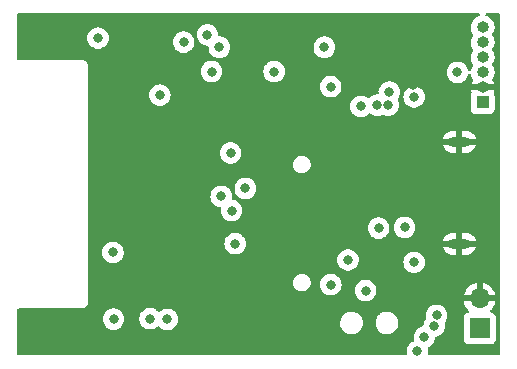
<source format=gbr>
%TF.GenerationSoftware,KiCad,Pcbnew,(6.0.2)*%
%TF.CreationDate,2022-02-22T23:34:33+08:00*%
%TF.ProjectId,screen,73637265-656e-42e6-9b69-6361645f7063,rev?*%
%TF.SameCoordinates,Original*%
%TF.FileFunction,Copper,L2,Inr*%
%TF.FilePolarity,Positive*%
%FSLAX46Y46*%
G04 Gerber Fmt 4.6, Leading zero omitted, Abs format (unit mm)*
G04 Created by KiCad (PCBNEW (6.0.2)) date 2022-02-22 23:34:33*
%MOMM*%
%LPD*%
G01*
G04 APERTURE LIST*
%TA.AperFunction,ComponentPad*%
%ADD10R,1.000000X1.000000*%
%TD*%
%TA.AperFunction,ComponentPad*%
%ADD11O,1.000000X1.000000*%
%TD*%
%TA.AperFunction,ComponentPad*%
%ADD12O,1.850000X0.850000*%
%TD*%
%TA.AperFunction,ComponentPad*%
%ADD13R,1.700000X1.700000*%
%TD*%
%TA.AperFunction,ComponentPad*%
%ADD14O,1.700000X1.700000*%
%TD*%
%TA.AperFunction,ViaPad*%
%ADD15C,0.800000*%
%TD*%
G04 APERTURE END LIST*
D10*
%TO.N,+3V3*%
%TO.C,J1*%
X137420000Y-43740000D03*
D11*
%TO.N,GND*%
X137420000Y-42470000D03*
%TO.N,/nRST*%
X137420000Y-41200000D03*
%TO.N,/GPIO0*%
X137420000Y-39930000D03*
%TO.N,/TXD*%
X137420000Y-38660000D03*
%TO.N,/RXD*%
X137420000Y-37390000D03*
%TD*%
D12*
%TO.N,GND*%
%TO.C,J2*%
X135450000Y-47080000D03*
X135450000Y-55720000D03*
%TD*%
D13*
%TO.N,+BATT*%
%TO.C,J3*%
X137170000Y-62880000D03*
D14*
%TO.N,GND*%
X137170000Y-60340000D03*
%TD*%
D15*
%TO.N,GND*%
X114950000Y-56140000D03*
%TO.N,/GPIO13*%
X117330000Y-51030000D03*
%TO.N,/GPIO5*%
X110090000Y-43120000D03*
X114120000Y-38020000D03*
%TO.N,Net-(U3-Pad2)*%
X124560000Y-42410000D03*
%TO.N,GND*%
X127440000Y-39930000D03*
%TO.N,+3V3*%
X124020000Y-39070000D03*
X126020000Y-57080000D03*
X115130000Y-39070000D03*
X106170000Y-62090000D03*
X110720000Y-62110000D03*
X130820000Y-54330000D03*
X116470000Y-55700000D03*
%TO.N,GND*%
X121570000Y-43080000D03*
X106290000Y-47660000D03*
X107680000Y-47610000D03*
X106330000Y-49200000D03*
X115720000Y-64090000D03*
X128620000Y-51680000D03*
X107760000Y-62100000D03*
X125720000Y-49780000D03*
X131520000Y-42230000D03*
X114450000Y-64070000D03*
X117210000Y-64120000D03*
X107780000Y-49150000D03*
%TO.N,/nRST*%
X135290000Y-41200000D03*
X106120000Y-56450000D03*
%TO.N,Net-(D2-Pad2)*%
X132495000Y-63605000D03*
X128520000Y-43980000D03*
%TO.N,Net-(C2-Pad1)*%
X127520000Y-59680000D03*
X128620000Y-54380000D03*
%TO.N,/GPIO0*%
X114470000Y-41130000D03*
X119770000Y-41130000D03*
X116170000Y-52900000D03*
%TO.N,/GPIO2*%
X116090000Y-48020000D03*
%TO.N,/GPIO14*%
X115290000Y-51700000D03*
%TO.N,Net-(D2-Pad1)*%
X131895000Y-64830000D03*
X127120000Y-44080000D03*
%TO.N,Net-(R7-Pad2)*%
X104860000Y-38300000D03*
X112109488Y-38632690D03*
%TO.N,+BATT*%
X124570000Y-59180000D03*
X131620000Y-57280000D03*
X109270000Y-62050000D03*
X131620000Y-43280000D03*
%TO.N,Net-(D3-Pad1)*%
X129420000Y-43980000D03*
X133320000Y-62680000D03*
%TO.N,Net-(D3-Pad2)*%
X129520000Y-42880000D03*
X133520000Y-61780000D03*
%TD*%
%TA.AperFunction,Conductor*%
%TO.N,GND*%
G36*
X137125715Y-36208002D02*
G01*
X137172208Y-36261658D01*
X137182312Y-36331932D01*
X137152818Y-36396512D01*
X137093168Y-36434874D01*
X137067120Y-36442540D01*
X137040381Y-36450410D01*
X137034923Y-36453263D01*
X137034919Y-36453265D01*
X136944147Y-36500720D01*
X136865110Y-36542040D01*
X136710975Y-36665968D01*
X136583846Y-36817474D01*
X136580879Y-36822872D01*
X136580875Y-36822877D01*
X136577397Y-36829204D01*
X136488567Y-36990787D01*
X136486706Y-36996654D01*
X136486705Y-36996656D01*
X136450274Y-37111500D01*
X136428765Y-37179306D01*
X136406719Y-37375851D01*
X136407235Y-37381995D01*
X136417890Y-37508882D01*
X136423268Y-37572934D01*
X136477783Y-37763050D01*
X136480602Y-37768535D01*
X136562785Y-37928444D01*
X136568187Y-37938956D01*
X136572016Y-37943787D01*
X136573839Y-37946088D01*
X136574414Y-37947509D01*
X136575353Y-37948966D01*
X136575076Y-37949144D01*
X136600474Y-38011898D01*
X136587301Y-38081662D01*
X136583846Y-38087474D01*
X136488567Y-38260787D01*
X136486706Y-38266654D01*
X136486705Y-38266656D01*
X136481596Y-38282763D01*
X136428765Y-38449306D01*
X136406719Y-38645851D01*
X136407235Y-38651995D01*
X136420271Y-38807237D01*
X136423268Y-38842934D01*
X136424967Y-38848858D01*
X136471165Y-39009969D01*
X136477783Y-39033050D01*
X136480602Y-39038535D01*
X136548252Y-39170166D01*
X136568187Y-39208956D01*
X136572016Y-39213787D01*
X136573839Y-39216088D01*
X136574414Y-39217509D01*
X136575353Y-39218966D01*
X136575076Y-39219144D01*
X136600474Y-39281898D01*
X136587301Y-39351662D01*
X136583846Y-39357474D01*
X136488567Y-39530787D01*
X136486706Y-39536654D01*
X136486705Y-39536656D01*
X136430627Y-39713436D01*
X136428765Y-39719306D01*
X136406719Y-39915851D01*
X136407235Y-39921995D01*
X136422043Y-40098342D01*
X136423268Y-40112934D01*
X136443835Y-40184658D01*
X136474974Y-40293253D01*
X136477783Y-40303050D01*
X136480602Y-40308535D01*
X136547239Y-40438195D01*
X136568187Y-40478956D01*
X136572016Y-40483787D01*
X136573839Y-40486088D01*
X136574414Y-40487509D01*
X136575353Y-40488966D01*
X136575076Y-40489144D01*
X136600474Y-40551898D01*
X136587301Y-40621662D01*
X136583846Y-40627474D01*
X136488567Y-40800787D01*
X136486706Y-40806654D01*
X136486705Y-40806656D01*
X136430757Y-40983027D01*
X136428765Y-40989306D01*
X136428079Y-40995422D01*
X136427147Y-40999807D01*
X136393419Y-41062281D01*
X136331269Y-41096602D01*
X136260430Y-41091874D01*
X136203393Y-41049598D01*
X136185109Y-41009563D01*
X136183542Y-41010072D01*
X136174754Y-40983027D01*
X136124527Y-40828444D01*
X136029040Y-40663056D01*
X136012465Y-40644647D01*
X135905675Y-40526045D01*
X135905674Y-40526044D01*
X135901253Y-40521134D01*
X135746752Y-40408882D01*
X135740724Y-40406198D01*
X135740722Y-40406197D01*
X135578319Y-40333891D01*
X135578318Y-40333891D01*
X135572288Y-40331206D01*
X135465630Y-40308535D01*
X135391944Y-40292872D01*
X135391939Y-40292872D01*
X135385487Y-40291500D01*
X135194513Y-40291500D01*
X135188061Y-40292872D01*
X135188056Y-40292872D01*
X135114370Y-40308535D01*
X135007712Y-40331206D01*
X135001682Y-40333891D01*
X135001681Y-40333891D01*
X134839278Y-40406197D01*
X134839276Y-40406198D01*
X134833248Y-40408882D01*
X134678747Y-40521134D01*
X134674326Y-40526044D01*
X134674325Y-40526045D01*
X134567536Y-40644647D01*
X134550960Y-40663056D01*
X134455473Y-40828444D01*
X134396458Y-41010072D01*
X134395768Y-41016633D01*
X134395768Y-41016635D01*
X134392304Y-41049598D01*
X134376496Y-41200000D01*
X134377186Y-41206565D01*
X134390814Y-41336224D01*
X134396458Y-41389928D01*
X134455473Y-41571556D01*
X134458776Y-41577278D01*
X134458777Y-41577279D01*
X134482023Y-41617542D01*
X134550960Y-41736944D01*
X134555378Y-41741851D01*
X134555379Y-41741852D01*
X134570789Y-41758966D01*
X134678747Y-41878866D01*
X134713655Y-41904228D01*
X134808135Y-41972872D01*
X134833248Y-41991118D01*
X134839276Y-41993802D01*
X134839278Y-41993803D01*
X135000504Y-42065585D01*
X135007712Y-42068794D01*
X135101112Y-42088647D01*
X135188056Y-42107128D01*
X135188061Y-42107128D01*
X135194513Y-42108500D01*
X135385487Y-42108500D01*
X135391939Y-42107128D01*
X135391944Y-42107128D01*
X135478888Y-42088647D01*
X135572288Y-42068794D01*
X135579496Y-42065585D01*
X135740722Y-41993803D01*
X135740724Y-41993802D01*
X135746752Y-41991118D01*
X135771866Y-41972872D01*
X135866345Y-41904228D01*
X135901253Y-41878866D01*
X136009211Y-41758966D01*
X136024621Y-41741852D01*
X136024622Y-41741851D01*
X136029040Y-41736944D01*
X136097977Y-41617542D01*
X136121223Y-41577279D01*
X136121224Y-41577278D01*
X136124527Y-41571556D01*
X136183542Y-41389928D01*
X136185383Y-41390526D01*
X136214694Y-41336224D01*
X136276841Y-41301898D01*
X136347680Y-41306620D01*
X136404721Y-41348891D01*
X136425339Y-41390157D01*
X136436869Y-41430365D01*
X136477783Y-41573050D01*
X136480602Y-41578535D01*
X136562014Y-41736944D01*
X136568187Y-41748956D01*
X136574164Y-41756497D01*
X136574843Y-41758174D01*
X136575353Y-41758966D01*
X136575203Y-41759063D01*
X136600802Y-41822304D01*
X136587633Y-41892069D01*
X136584254Y-41897754D01*
X136584262Y-41897758D01*
X136491998Y-42065585D01*
X136487166Y-42076858D01*
X136448506Y-42198731D01*
X136448202Y-42212831D01*
X136454763Y-42216000D01*
X138378183Y-42216000D01*
X138391714Y-42212027D01*
X138392806Y-42204433D01*
X138358231Y-42089919D01*
X138353560Y-42078586D01*
X138266537Y-41914918D01*
X138259435Y-41904228D01*
X138238398Y-41836420D01*
X138254827Y-41772264D01*
X138262327Y-41759063D01*
X138314658Y-41666944D01*
X138342723Y-41617542D01*
X138342725Y-41617537D01*
X138345769Y-41612179D01*
X138408197Y-41424513D01*
X138432985Y-41228295D01*
X138433380Y-41200000D01*
X138414080Y-41003167D01*
X138408124Y-40983438D01*
X138361328Y-40828444D01*
X138356916Y-40813831D01*
X138264066Y-40639204D01*
X138260167Y-40634424D01*
X138259715Y-40633743D01*
X138238676Y-40565935D01*
X138255105Y-40501775D01*
X138342723Y-40347542D01*
X138342725Y-40347537D01*
X138345769Y-40342179D01*
X138408197Y-40154513D01*
X138432985Y-39958295D01*
X138433380Y-39930000D01*
X138414080Y-39733167D01*
X138356916Y-39543831D01*
X138264066Y-39369204D01*
X138260167Y-39364424D01*
X138259715Y-39363743D01*
X138238676Y-39295935D01*
X138255105Y-39231775D01*
X138342723Y-39077542D01*
X138342725Y-39077537D01*
X138345769Y-39072179D01*
X138408197Y-38884513D01*
X138432985Y-38688295D01*
X138433219Y-38671556D01*
X138433331Y-38663523D01*
X138433331Y-38663520D01*
X138433380Y-38660000D01*
X138414080Y-38463167D01*
X138407920Y-38442762D01*
X138362835Y-38293435D01*
X138356916Y-38273831D01*
X138264066Y-38099204D01*
X138260167Y-38094424D01*
X138259715Y-38093743D01*
X138238676Y-38025935D01*
X138255105Y-37961775D01*
X138342723Y-37807542D01*
X138342725Y-37807537D01*
X138345769Y-37802179D01*
X138408197Y-37614513D01*
X138432985Y-37418295D01*
X138433380Y-37390000D01*
X138414080Y-37193167D01*
X138356916Y-37003831D01*
X138264066Y-36829204D01*
X138193709Y-36742938D01*
X138142960Y-36680713D01*
X138142957Y-36680710D01*
X138139065Y-36675938D01*
X138132724Y-36670692D01*
X137991425Y-36553799D01*
X137991421Y-36553797D01*
X137986675Y-36549870D01*
X137812701Y-36455802D01*
X137743449Y-36434365D01*
X137684289Y-36395114D01*
X137655742Y-36330109D01*
X137666871Y-36259990D01*
X137714142Y-36207019D01*
X137780708Y-36188000D01*
X138761000Y-36188000D01*
X138829121Y-36208002D01*
X138875614Y-36261658D01*
X138887000Y-36314000D01*
X138887000Y-65046000D01*
X138866998Y-65114121D01*
X138813342Y-65160614D01*
X138761000Y-65172000D01*
X132911110Y-65172000D01*
X132842989Y-65151998D01*
X132796496Y-65098342D01*
X132786392Y-65028068D01*
X132786992Y-65024698D01*
X132788542Y-65019928D01*
X132789231Y-65013373D01*
X132789232Y-65013368D01*
X132807814Y-64836565D01*
X132808504Y-64830000D01*
X132788542Y-64640072D01*
X132774979Y-64598329D01*
X132772951Y-64527363D01*
X132809614Y-64466565D01*
X132843563Y-64444287D01*
X132945722Y-64398803D01*
X132945724Y-64398802D01*
X132951752Y-64396118D01*
X133106253Y-64283866D01*
X133155681Y-64228971D01*
X133229621Y-64146852D01*
X133229622Y-64146851D01*
X133234040Y-64141944D01*
X133295093Y-64036197D01*
X133326223Y-63982279D01*
X133326224Y-63982278D01*
X133329527Y-63976556D01*
X133388542Y-63794928D01*
X133390307Y-63778134D01*
X135811500Y-63778134D01*
X135818255Y-63840316D01*
X135869385Y-63976705D01*
X135956739Y-64093261D01*
X136073295Y-64180615D01*
X136209684Y-64231745D01*
X136271866Y-64238500D01*
X138068134Y-64238500D01*
X138130316Y-64231745D01*
X138266705Y-64180615D01*
X138383261Y-64093261D01*
X138470615Y-63976705D01*
X138521745Y-63840316D01*
X138528500Y-63778134D01*
X138528500Y-61981866D01*
X138521745Y-61919684D01*
X138470615Y-61783295D01*
X138383261Y-61666739D01*
X138266705Y-61579385D01*
X138196473Y-61553056D01*
X138147687Y-61534767D01*
X138090923Y-61492125D01*
X138066223Y-61425564D01*
X138081430Y-61356215D01*
X138102977Y-61327535D01*
X138204052Y-61226812D01*
X138210730Y-61218965D01*
X138335003Y-61046020D01*
X138340313Y-61037183D01*
X138434670Y-60846267D01*
X138438469Y-60836672D01*
X138500377Y-60632910D01*
X138502555Y-60622837D01*
X138503986Y-60611962D01*
X138501775Y-60597778D01*
X138488617Y-60594000D01*
X135853225Y-60594000D01*
X135839694Y-60597973D01*
X135838257Y-60607966D01*
X135868565Y-60742446D01*
X135871645Y-60752275D01*
X135951770Y-60949603D01*
X135956413Y-60958794D01*
X136067694Y-61140388D01*
X136073777Y-61148699D01*
X136213213Y-61309667D01*
X136220577Y-61316879D01*
X136225522Y-61320985D01*
X136265156Y-61379889D01*
X136266653Y-61450870D01*
X136229537Y-61511392D01*
X136189264Y-61535910D01*
X136081705Y-61576232D01*
X136081704Y-61576233D01*
X136073295Y-61579385D01*
X135956739Y-61666739D01*
X135869385Y-61783295D01*
X135818255Y-61919684D01*
X135811500Y-61981866D01*
X135811500Y-63778134D01*
X133390307Y-63778134D01*
X133400549Y-63680684D01*
X133427562Y-63615028D01*
X133485783Y-63574398D01*
X133499662Y-63570608D01*
X133508397Y-63568751D01*
X133602288Y-63548794D01*
X133608319Y-63546109D01*
X133770722Y-63473803D01*
X133770724Y-63473802D01*
X133776752Y-63471118D01*
X133931253Y-63358866D01*
X133986558Y-63297444D01*
X134054621Y-63221852D01*
X134054622Y-63221851D01*
X134059040Y-63216944D01*
X134141333Y-63074409D01*
X134151223Y-63057279D01*
X134151224Y-63057278D01*
X134154527Y-63051556D01*
X134213542Y-62869928D01*
X134233504Y-62680000D01*
X134225549Y-62604315D01*
X134214233Y-62496642D01*
X134214232Y-62496635D01*
X134213542Y-62490072D01*
X134208733Y-62475271D01*
X134206750Y-62469167D01*
X134204724Y-62398199D01*
X134232948Y-62345922D01*
X134254621Y-62321852D01*
X134254622Y-62321851D01*
X134259040Y-62316944D01*
X134303505Y-62239928D01*
X134351223Y-62157279D01*
X134351224Y-62157278D01*
X134354527Y-62151556D01*
X134413542Y-61969928D01*
X134419601Y-61912285D01*
X134432814Y-61786565D01*
X134433504Y-61780000D01*
X134421600Y-61666739D01*
X134414232Y-61596635D01*
X134414232Y-61596633D01*
X134413542Y-61590072D01*
X134354527Y-61408444D01*
X134259040Y-61243056D01*
X134237349Y-61218965D01*
X134135675Y-61106045D01*
X134135674Y-61106044D01*
X134131253Y-61101134D01*
X133976752Y-60988882D01*
X133970724Y-60986198D01*
X133970722Y-60986197D01*
X133808319Y-60913891D01*
X133808318Y-60913891D01*
X133802288Y-60911206D01*
X133708887Y-60891353D01*
X133621944Y-60872872D01*
X133621939Y-60872872D01*
X133615487Y-60871500D01*
X133424513Y-60871500D01*
X133418061Y-60872872D01*
X133418056Y-60872872D01*
X133331113Y-60891353D01*
X133237712Y-60911206D01*
X133231682Y-60913891D01*
X133231681Y-60913891D01*
X133069278Y-60986197D01*
X133069276Y-60986198D01*
X133063248Y-60988882D01*
X132908747Y-61101134D01*
X132904326Y-61106044D01*
X132904325Y-61106045D01*
X132802652Y-61218965D01*
X132780960Y-61243056D01*
X132685473Y-61408444D01*
X132626458Y-61590072D01*
X132625768Y-61596633D01*
X132625768Y-61596635D01*
X132618400Y-61666739D01*
X132606496Y-61780000D01*
X132607186Y-61786565D01*
X132621908Y-61926635D01*
X132626458Y-61969928D01*
X132628500Y-61976212D01*
X132633250Y-61990833D01*
X132635276Y-62061801D01*
X132607052Y-62114078D01*
X132580960Y-62143056D01*
X132485473Y-62308444D01*
X132426458Y-62490072D01*
X132416277Y-62586944D01*
X132414451Y-62604315D01*
X132387438Y-62669972D01*
X132329217Y-62710602D01*
X132315337Y-62714392D01*
X132212712Y-62736206D01*
X132206682Y-62738891D01*
X132206681Y-62738891D01*
X132044278Y-62811197D01*
X132044276Y-62811198D01*
X132038248Y-62813882D01*
X132032907Y-62817762D01*
X132032906Y-62817763D01*
X132006103Y-62837237D01*
X131883747Y-62926134D01*
X131879326Y-62931044D01*
X131879325Y-62931045D01*
X131765664Y-63057279D01*
X131755960Y-63068056D01*
X131712700Y-63142985D01*
X131667166Y-63221852D01*
X131660473Y-63233444D01*
X131601458Y-63415072D01*
X131581496Y-63605000D01*
X131601458Y-63794928D01*
X131603497Y-63801203D01*
X131615021Y-63836669D01*
X131617049Y-63907637D01*
X131580386Y-63968435D01*
X131546437Y-63990713D01*
X131444278Y-64036197D01*
X131444276Y-64036198D01*
X131438248Y-64038882D01*
X131283747Y-64151134D01*
X131279326Y-64156044D01*
X131279325Y-64156045D01*
X131168657Y-64278955D01*
X131155960Y-64293056D01*
X131152659Y-64298774D01*
X131068647Y-64444287D01*
X131060473Y-64458444D01*
X131001458Y-64640072D01*
X130981496Y-64830000D01*
X130982186Y-64836565D01*
X131000768Y-65013368D01*
X131000769Y-65013373D01*
X131001458Y-65019928D01*
X131002000Y-65021597D01*
X130996733Y-65090597D01*
X130953915Y-65147229D01*
X130887277Y-65171721D01*
X130878890Y-65172000D01*
X98129000Y-65172000D01*
X98060879Y-65151998D01*
X98014386Y-65098342D01*
X98003000Y-65046000D01*
X98003000Y-62090000D01*
X105256496Y-62090000D01*
X105257186Y-62096565D01*
X105274638Y-62262607D01*
X105276458Y-62279928D01*
X105335473Y-62461556D01*
X105430960Y-62626944D01*
X105435378Y-62631851D01*
X105435379Y-62631852D01*
X105526227Y-62732749D01*
X105558747Y-62768866D01*
X105620706Y-62813882D01*
X105661889Y-62843803D01*
X105713248Y-62881118D01*
X105719276Y-62883802D01*
X105719278Y-62883803D01*
X105813143Y-62925594D01*
X105887712Y-62958794D01*
X105981112Y-62978647D01*
X106068056Y-62997128D01*
X106068061Y-62997128D01*
X106074513Y-62998500D01*
X106265487Y-62998500D01*
X106271939Y-62997128D01*
X106271944Y-62997128D01*
X106358888Y-62978647D01*
X106452288Y-62958794D01*
X106526857Y-62925594D01*
X106620722Y-62883803D01*
X106620724Y-62883802D01*
X106626752Y-62881118D01*
X106678112Y-62843803D01*
X106719294Y-62813882D01*
X106781253Y-62768866D01*
X106813773Y-62732749D01*
X106904621Y-62631852D01*
X106904622Y-62631851D01*
X106909040Y-62626944D01*
X107004527Y-62461556D01*
X107063542Y-62279928D01*
X107065363Y-62262607D01*
X107082814Y-62096565D01*
X107083504Y-62090000D01*
X107079300Y-62050000D01*
X108356496Y-62050000D01*
X108357186Y-62056565D01*
X108369151Y-62170401D01*
X108376458Y-62239928D01*
X108435473Y-62421556D01*
X108438776Y-62427278D01*
X108438777Y-62427279D01*
X108454938Y-62455271D01*
X108530960Y-62586944D01*
X108535378Y-62591851D01*
X108535379Y-62591852D01*
X108654325Y-62723955D01*
X108658747Y-62728866D01*
X108813248Y-62841118D01*
X108819276Y-62843802D01*
X108819278Y-62843803D01*
X108954041Y-62903803D01*
X108987712Y-62918794D01*
X109081112Y-62938647D01*
X109168056Y-62957128D01*
X109168061Y-62957128D01*
X109174513Y-62958500D01*
X109365487Y-62958500D01*
X109371939Y-62957128D01*
X109371944Y-62957128D01*
X109458888Y-62938647D01*
X109552288Y-62918794D01*
X109585959Y-62903803D01*
X109720722Y-62843803D01*
X109720724Y-62843802D01*
X109726752Y-62841118D01*
X109798671Y-62788866D01*
X109873039Y-62734834D01*
X109881253Y-62728866D01*
X109883862Y-62725969D01*
X109946967Y-62695686D01*
X110017421Y-62704452D01*
X110060901Y-62735728D01*
X110108747Y-62788866D01*
X110263248Y-62901118D01*
X110269276Y-62903802D01*
X110269278Y-62903803D01*
X110431681Y-62976109D01*
X110437712Y-62978794D01*
X110501808Y-62992418D01*
X110618056Y-63017128D01*
X110618061Y-63017128D01*
X110624513Y-63018500D01*
X110815487Y-63018500D01*
X110821939Y-63017128D01*
X110821944Y-63017128D01*
X110938192Y-62992418D01*
X111002288Y-62978794D01*
X111008319Y-62976109D01*
X111170722Y-62903803D01*
X111170724Y-62903802D01*
X111176752Y-62901118D01*
X111331253Y-62788866D01*
X111429276Y-62680000D01*
X111454621Y-62651852D01*
X111454622Y-62651851D01*
X111459040Y-62646944D01*
X111554527Y-62481556D01*
X111562485Y-62457064D01*
X125357707Y-62457064D01*
X125386825Y-62649599D01*
X125389028Y-62655585D01*
X125389029Y-62655591D01*
X125451860Y-62826360D01*
X125451862Y-62826365D01*
X125454063Y-62832346D01*
X125481897Y-62877237D01*
X125545716Y-62980166D01*
X125556674Y-62997840D01*
X125561055Y-63002473D01*
X125561056Y-63002474D01*
X125624312Y-63069366D01*
X125690466Y-63139322D01*
X125849975Y-63251011D01*
X125855838Y-63253548D01*
X126022825Y-63325810D01*
X126022829Y-63325811D01*
X126028684Y-63328345D01*
X126034931Y-63329650D01*
X126034934Y-63329651D01*
X126214557Y-63367176D01*
X126214562Y-63367177D01*
X126219293Y-63368165D01*
X126225685Y-63368500D01*
X126368663Y-63368500D01*
X126437951Y-63361462D01*
X126507378Y-63354410D01*
X126507379Y-63354410D01*
X126513727Y-63353765D01*
X126594843Y-63328345D01*
X126693451Y-63297444D01*
X126693456Y-63297442D01*
X126699541Y-63295535D01*
X126786475Y-63247346D01*
X126864271Y-63204223D01*
X126864274Y-63204221D01*
X126869850Y-63201130D01*
X126874691Y-63196981D01*
X126874695Y-63196978D01*
X127012855Y-63078560D01*
X127017698Y-63074409D01*
X127030986Y-63057279D01*
X127107378Y-62958794D01*
X127137046Y-62920547D01*
X127145286Y-62903803D01*
X127220200Y-62751556D01*
X127223018Y-62745829D01*
X127227437Y-62728866D01*
X127270492Y-62563575D01*
X127270492Y-62563572D01*
X127272102Y-62557393D01*
X127277360Y-62457064D01*
X128357707Y-62457064D01*
X128386825Y-62649599D01*
X128389028Y-62655585D01*
X128389029Y-62655591D01*
X128451860Y-62826360D01*
X128451862Y-62826365D01*
X128454063Y-62832346D01*
X128481897Y-62877237D01*
X128545716Y-62980166D01*
X128556674Y-62997840D01*
X128561055Y-63002473D01*
X128561056Y-63002474D01*
X128624312Y-63069366D01*
X128690466Y-63139322D01*
X128849975Y-63251011D01*
X128855838Y-63253548D01*
X129022825Y-63325810D01*
X129022829Y-63325811D01*
X129028684Y-63328345D01*
X129034931Y-63329650D01*
X129034934Y-63329651D01*
X129214557Y-63367176D01*
X129214562Y-63367177D01*
X129219293Y-63368165D01*
X129225685Y-63368500D01*
X129368663Y-63368500D01*
X129437951Y-63361462D01*
X129507378Y-63354410D01*
X129507379Y-63354410D01*
X129513727Y-63353765D01*
X129594843Y-63328345D01*
X129693451Y-63297444D01*
X129693456Y-63297442D01*
X129699541Y-63295535D01*
X129786475Y-63247346D01*
X129864271Y-63204223D01*
X129864274Y-63204221D01*
X129869850Y-63201130D01*
X129874691Y-63196981D01*
X129874695Y-63196978D01*
X130012855Y-63078560D01*
X130017698Y-63074409D01*
X130030986Y-63057279D01*
X130107378Y-62958794D01*
X130137046Y-62920547D01*
X130145286Y-62903803D01*
X130220200Y-62751556D01*
X130223018Y-62745829D01*
X130227437Y-62728866D01*
X130270492Y-62563575D01*
X130270492Y-62563572D01*
X130272102Y-62557393D01*
X130279550Y-62415271D01*
X130281959Y-62369317D01*
X130281959Y-62369313D01*
X130282293Y-62362936D01*
X130253175Y-62170401D01*
X130250972Y-62164415D01*
X130250971Y-62164409D01*
X130188140Y-61993640D01*
X130188138Y-61993635D01*
X130185937Y-61987654D01*
X130083326Y-61822160D01*
X130054525Y-61791703D01*
X129953919Y-61685315D01*
X129949534Y-61680678D01*
X129790025Y-61568989D01*
X129713584Y-61535910D01*
X129617175Y-61494190D01*
X129617171Y-61494189D01*
X129611316Y-61491655D01*
X129605069Y-61490350D01*
X129605066Y-61490349D01*
X129425443Y-61452824D01*
X129425438Y-61452823D01*
X129420707Y-61451835D01*
X129414315Y-61451500D01*
X129271337Y-61451500D01*
X129231485Y-61455548D01*
X129132622Y-61465590D01*
X129132621Y-61465590D01*
X129126273Y-61466235D01*
X129069939Y-61483889D01*
X128946549Y-61522556D01*
X128946544Y-61522558D01*
X128940459Y-61524465D01*
X128888880Y-61553056D01*
X128775729Y-61615777D01*
X128775726Y-61615779D01*
X128770150Y-61618870D01*
X128765309Y-61623019D01*
X128765305Y-61623022D01*
X128627145Y-61741440D01*
X128622302Y-61745591D01*
X128618391Y-61750633D01*
X128618390Y-61750634D01*
X128593056Y-61783295D01*
X128502954Y-61899453D01*
X128500138Y-61905176D01*
X128500136Y-61905179D01*
X128457989Y-61990833D01*
X128416982Y-62074171D01*
X128415373Y-62080349D01*
X128415372Y-62080351D01*
X128393477Y-62164409D01*
X128367898Y-62262607D01*
X128357707Y-62457064D01*
X127277360Y-62457064D01*
X127279550Y-62415271D01*
X127281959Y-62369317D01*
X127281959Y-62369313D01*
X127282293Y-62362936D01*
X127253175Y-62170401D01*
X127250972Y-62164415D01*
X127250971Y-62164409D01*
X127188140Y-61993640D01*
X127188138Y-61993635D01*
X127185937Y-61987654D01*
X127083326Y-61822160D01*
X127054525Y-61791703D01*
X126953919Y-61685315D01*
X126949534Y-61680678D01*
X126790025Y-61568989D01*
X126713584Y-61535910D01*
X126617175Y-61494190D01*
X126617171Y-61494189D01*
X126611316Y-61491655D01*
X126605069Y-61490350D01*
X126605066Y-61490349D01*
X126425443Y-61452824D01*
X126425438Y-61452823D01*
X126420707Y-61451835D01*
X126414315Y-61451500D01*
X126271337Y-61451500D01*
X126231485Y-61455548D01*
X126132622Y-61465590D01*
X126132621Y-61465590D01*
X126126273Y-61466235D01*
X126069939Y-61483889D01*
X125946549Y-61522556D01*
X125946544Y-61522558D01*
X125940459Y-61524465D01*
X125888880Y-61553056D01*
X125775729Y-61615777D01*
X125775726Y-61615779D01*
X125770150Y-61618870D01*
X125765309Y-61623019D01*
X125765305Y-61623022D01*
X125627145Y-61741440D01*
X125622302Y-61745591D01*
X125618391Y-61750633D01*
X125618390Y-61750634D01*
X125593056Y-61783295D01*
X125502954Y-61899453D01*
X125500138Y-61905176D01*
X125500136Y-61905179D01*
X125457989Y-61990833D01*
X125416982Y-62074171D01*
X125415373Y-62080349D01*
X125415372Y-62080351D01*
X125393477Y-62164409D01*
X125367898Y-62262607D01*
X125357707Y-62457064D01*
X111562485Y-62457064D01*
X111613542Y-62299928D01*
X111627786Y-62164409D01*
X111632814Y-62116565D01*
X111633504Y-62110000D01*
X111619680Y-61978469D01*
X111614232Y-61926635D01*
X111614232Y-61926633D01*
X111613542Y-61920072D01*
X111554527Y-61738444D01*
X111459040Y-61573056D01*
X111446181Y-61558774D01*
X111335675Y-61436045D01*
X111335674Y-61436044D01*
X111331253Y-61431134D01*
X111176752Y-61318882D01*
X111170724Y-61316198D01*
X111170722Y-61316197D01*
X111008319Y-61243891D01*
X111008318Y-61243891D01*
X111002288Y-61241206D01*
X110897653Y-61218965D01*
X110821944Y-61202872D01*
X110821939Y-61202872D01*
X110815487Y-61201500D01*
X110624513Y-61201500D01*
X110618061Y-61202872D01*
X110618056Y-61202872D01*
X110542347Y-61218965D01*
X110437712Y-61241206D01*
X110431682Y-61243891D01*
X110431681Y-61243891D01*
X110269278Y-61316197D01*
X110269276Y-61316198D01*
X110263248Y-61318882D01*
X110257907Y-61322762D01*
X110257906Y-61322763D01*
X110184576Y-61376041D01*
X110108747Y-61431134D01*
X110106138Y-61434031D01*
X110043033Y-61464314D01*
X109972579Y-61455548D01*
X109929099Y-61424272D01*
X109881253Y-61371134D01*
X109781807Y-61298882D01*
X109732094Y-61262763D01*
X109732093Y-61262762D01*
X109726752Y-61258882D01*
X109720724Y-61256198D01*
X109720722Y-61256197D01*
X109558319Y-61183891D01*
X109558318Y-61183891D01*
X109552288Y-61181206D01*
X109458887Y-61161353D01*
X109371944Y-61142872D01*
X109371939Y-61142872D01*
X109365487Y-61141500D01*
X109174513Y-61141500D01*
X109168061Y-61142872D01*
X109168056Y-61142872D01*
X109081113Y-61161353D01*
X108987712Y-61181206D01*
X108981682Y-61183891D01*
X108981681Y-61183891D01*
X108819278Y-61256197D01*
X108819276Y-61256198D01*
X108813248Y-61258882D01*
X108807907Y-61262762D01*
X108807906Y-61262763D01*
X108758193Y-61298882D01*
X108658747Y-61371134D01*
X108654329Y-61376041D01*
X108654325Y-61376045D01*
X108550230Y-61491655D01*
X108530960Y-61513056D01*
X108522185Y-61528255D01*
X108445338Y-61661358D01*
X108435473Y-61678444D01*
X108376458Y-61860072D01*
X108375768Y-61866633D01*
X108375768Y-61866635D01*
X108370152Y-61920072D01*
X108356496Y-62050000D01*
X107079300Y-62050000D01*
X107063542Y-61900072D01*
X107004527Y-61718444D01*
X106909040Y-61553056D01*
X106888832Y-61530612D01*
X106785675Y-61416045D01*
X106785674Y-61416044D01*
X106781253Y-61411134D01*
X106626752Y-61298882D01*
X106620724Y-61296198D01*
X106620722Y-61296197D01*
X106458319Y-61223891D01*
X106458318Y-61223891D01*
X106452288Y-61221206D01*
X106349634Y-61199386D01*
X106271944Y-61182872D01*
X106271939Y-61182872D01*
X106265487Y-61181500D01*
X106074513Y-61181500D01*
X106068061Y-61182872D01*
X106068056Y-61182872D01*
X105990366Y-61199386D01*
X105887712Y-61221206D01*
X105881682Y-61223891D01*
X105881681Y-61223891D01*
X105719278Y-61296197D01*
X105719276Y-61296198D01*
X105713248Y-61298882D01*
X105558747Y-61411134D01*
X105554326Y-61416044D01*
X105554325Y-61416045D01*
X105451169Y-61530612D01*
X105430960Y-61553056D01*
X105335473Y-61718444D01*
X105276458Y-61900072D01*
X105256496Y-62090000D01*
X98003000Y-62090000D01*
X98003000Y-61314000D01*
X98023002Y-61245879D01*
X98076658Y-61199386D01*
X98129000Y-61188000D01*
X103486298Y-61188000D01*
X103487069Y-61188002D01*
X103564652Y-61188476D01*
X103573281Y-61186010D01*
X103573286Y-61186009D01*
X103593048Y-61180361D01*
X103609809Y-61176783D01*
X103630152Y-61173870D01*
X103630162Y-61173867D01*
X103639045Y-61172595D01*
X103662395Y-61161979D01*
X103679907Y-61155536D01*
X103695937Y-61150954D01*
X103704565Y-61148488D01*
X103729548Y-61132726D01*
X103744614Y-61124596D01*
X103771510Y-61112367D01*
X103790939Y-61095626D01*
X103805947Y-61084521D01*
X103820039Y-61075630D01*
X103827631Y-61070840D01*
X103847182Y-61048703D01*
X103859374Y-61036659D01*
X103874949Y-61023239D01*
X103874950Y-61023237D01*
X103881747Y-61017381D01*
X103886626Y-61009853D01*
X103886629Y-61009850D01*
X103895696Y-60995861D01*
X103906986Y-60980987D01*
X103918012Y-60968502D01*
X103923956Y-60961772D01*
X103936510Y-60935034D01*
X103944824Y-60920065D01*
X103960893Y-60895273D01*
X103968239Y-60870709D01*
X103974901Y-60853264D01*
X103981983Y-60838179D01*
X103985799Y-60830052D01*
X103990343Y-60800870D01*
X103994126Y-60784151D01*
X104000014Y-60764464D01*
X104000015Y-60764461D01*
X104002587Y-60755859D01*
X104002797Y-60721444D01*
X104002830Y-60720672D01*
X104003000Y-60719577D01*
X104003000Y-60688702D01*
X104003002Y-60687932D01*
X104003452Y-60614284D01*
X104003452Y-60614283D01*
X104003476Y-60610348D01*
X104003092Y-60609004D01*
X104003000Y-60607659D01*
X104003000Y-59040862D01*
X121355497Y-59040862D01*
X121356737Y-59048078D01*
X121356737Y-59048080D01*
X121383274Y-59202517D01*
X121385134Y-59213340D01*
X121453654Y-59374373D01*
X121557383Y-59515324D01*
X121562961Y-59520063D01*
X121562964Y-59520066D01*
X121685176Y-59623893D01*
X121685180Y-59623896D01*
X121690755Y-59628632D01*
X121757373Y-59662649D01*
X121787687Y-59678128D01*
X121846616Y-59708219D01*
X121853721Y-59709958D01*
X121853725Y-59709959D01*
X121934858Y-59729811D01*
X122016606Y-59749815D01*
X122022206Y-59750162D01*
X122022210Y-59750163D01*
X122025709Y-59750380D01*
X122025718Y-59750380D01*
X122027648Y-59750500D01*
X122153822Y-59750500D01*
X122245369Y-59739827D01*
X122276556Y-59736191D01*
X122276558Y-59736191D01*
X122283828Y-59735343D01*
X122290705Y-59732847D01*
X122290708Y-59732846D01*
X122441452Y-59678128D01*
X122448331Y-59675631D01*
X122594685Y-59579677D01*
X122715040Y-59452628D01*
X122802939Y-59301298D01*
X122839677Y-59180000D01*
X123656496Y-59180000D01*
X123676458Y-59369928D01*
X123735473Y-59551556D01*
X123830960Y-59716944D01*
X123835378Y-59721851D01*
X123835379Y-59721852D01*
X123848290Y-59736191D01*
X123958747Y-59858866D01*
X124113248Y-59971118D01*
X124119276Y-59973802D01*
X124119278Y-59973803D01*
X124279799Y-60045271D01*
X124287712Y-60048794D01*
X124377528Y-60067885D01*
X124468056Y-60087128D01*
X124468061Y-60087128D01*
X124474513Y-60088500D01*
X124665487Y-60088500D01*
X124671939Y-60087128D01*
X124671944Y-60087128D01*
X124762472Y-60067885D01*
X124852288Y-60048794D01*
X124860201Y-60045271D01*
X125020722Y-59973803D01*
X125020724Y-59973802D01*
X125026752Y-59971118D01*
X125181253Y-59858866D01*
X125291710Y-59736191D01*
X125304621Y-59721852D01*
X125304622Y-59721851D01*
X125309040Y-59716944D01*
X125330370Y-59680000D01*
X126606496Y-59680000D01*
X126626458Y-59869928D01*
X126685473Y-60051556D01*
X126688776Y-60057278D01*
X126688777Y-60057279D01*
X126706803Y-60088500D01*
X126780960Y-60216944D01*
X126785378Y-60221851D01*
X126785379Y-60221852D01*
X126894118Y-60342619D01*
X126908747Y-60358866D01*
X126926815Y-60371993D01*
X127054452Y-60464727D01*
X127063248Y-60471118D01*
X127069276Y-60473802D01*
X127069278Y-60473803D01*
X127124212Y-60498261D01*
X127237712Y-60548794D01*
X127331112Y-60568647D01*
X127418056Y-60587128D01*
X127418061Y-60587128D01*
X127424513Y-60588500D01*
X127615487Y-60588500D01*
X127621939Y-60587128D01*
X127621944Y-60587128D01*
X127708888Y-60568647D01*
X127802288Y-60548794D01*
X127915788Y-60498261D01*
X127970722Y-60473803D01*
X127970724Y-60473802D01*
X127976752Y-60471118D01*
X127985549Y-60464727D01*
X128113185Y-60371993D01*
X128131253Y-60358866D01*
X128145882Y-60342619D01*
X128254621Y-60221852D01*
X128254622Y-60221851D01*
X128259040Y-60216944D01*
X128333197Y-60088500D01*
X128341463Y-60074183D01*
X135834389Y-60074183D01*
X135835912Y-60082607D01*
X135848292Y-60086000D01*
X136897885Y-60086000D01*
X136913124Y-60081525D01*
X136914329Y-60080135D01*
X136916000Y-60072452D01*
X136916000Y-60067885D01*
X137424000Y-60067885D01*
X137428475Y-60083124D01*
X137429865Y-60084329D01*
X137437548Y-60086000D01*
X138488344Y-60086000D01*
X138501875Y-60082027D01*
X138503180Y-60072947D01*
X138461214Y-59905875D01*
X138457894Y-59896124D01*
X138372972Y-59700814D01*
X138368105Y-59691739D01*
X138252426Y-59512926D01*
X138246136Y-59504757D01*
X138102806Y-59347240D01*
X138095273Y-59340215D01*
X137928139Y-59208222D01*
X137919552Y-59202517D01*
X137733117Y-59099599D01*
X137723705Y-59095369D01*
X137522959Y-59024280D01*
X137512988Y-59021646D01*
X137441837Y-59008972D01*
X137428540Y-59010432D01*
X137424000Y-59024989D01*
X137424000Y-60067885D01*
X136916000Y-60067885D01*
X136916000Y-59023102D01*
X136912082Y-59009758D01*
X136897806Y-59007771D01*
X136859324Y-59013660D01*
X136849288Y-59016051D01*
X136646868Y-59082212D01*
X136637359Y-59086209D01*
X136448463Y-59184542D01*
X136439738Y-59190036D01*
X136269433Y-59317905D01*
X136261726Y-59324748D01*
X136114590Y-59478717D01*
X136108104Y-59486727D01*
X135988098Y-59662649D01*
X135983000Y-59671623D01*
X135893338Y-59864783D01*
X135889775Y-59874470D01*
X135834389Y-60074183D01*
X128341463Y-60074183D01*
X128351223Y-60057279D01*
X128351224Y-60057278D01*
X128354527Y-60051556D01*
X128413542Y-59869928D01*
X128433504Y-59680000D01*
X128427607Y-59623893D01*
X128414232Y-59496635D01*
X128414232Y-59496633D01*
X128413542Y-59490072D01*
X128354527Y-59308444D01*
X128259040Y-59143056D01*
X128216103Y-59095369D01*
X128135675Y-59006045D01*
X128135674Y-59006044D01*
X128131253Y-59001134D01*
X127976752Y-58888882D01*
X127970724Y-58886198D01*
X127970722Y-58886197D01*
X127808319Y-58813891D01*
X127808318Y-58813891D01*
X127802288Y-58811206D01*
X127686809Y-58786660D01*
X127621944Y-58772872D01*
X127621939Y-58772872D01*
X127615487Y-58771500D01*
X127424513Y-58771500D01*
X127418061Y-58772872D01*
X127418056Y-58772872D01*
X127353191Y-58786660D01*
X127237712Y-58811206D01*
X127231682Y-58813891D01*
X127231681Y-58813891D01*
X127069278Y-58886197D01*
X127069276Y-58886198D01*
X127063248Y-58888882D01*
X126908747Y-59001134D01*
X126904326Y-59006044D01*
X126904325Y-59006045D01*
X126823898Y-59095369D01*
X126780960Y-59143056D01*
X126685473Y-59308444D01*
X126626458Y-59490072D01*
X126625768Y-59496633D01*
X126625768Y-59496635D01*
X126612393Y-59623893D01*
X126606496Y-59680000D01*
X125330370Y-59680000D01*
X125404527Y-59551556D01*
X125463542Y-59369928D01*
X125483504Y-59180000D01*
X125467212Y-59024989D01*
X125464232Y-58996635D01*
X125464232Y-58996633D01*
X125463542Y-58990072D01*
X125404527Y-58808444D01*
X125383990Y-58772872D01*
X125312341Y-58648774D01*
X125309040Y-58643056D01*
X125181253Y-58501134D01*
X125026752Y-58388882D01*
X125020724Y-58386198D01*
X125020722Y-58386197D01*
X124858319Y-58313891D01*
X124858318Y-58313891D01*
X124852288Y-58311206D01*
X124752715Y-58290041D01*
X124671944Y-58272872D01*
X124671939Y-58272872D01*
X124665487Y-58271500D01*
X124474513Y-58271500D01*
X124468061Y-58272872D01*
X124468056Y-58272872D01*
X124387285Y-58290041D01*
X124287712Y-58311206D01*
X124281682Y-58313891D01*
X124281681Y-58313891D01*
X124119278Y-58386197D01*
X124119276Y-58386198D01*
X124113248Y-58388882D01*
X123958747Y-58501134D01*
X123830960Y-58643056D01*
X123827659Y-58648774D01*
X123756011Y-58772872D01*
X123735473Y-58808444D01*
X123676458Y-58990072D01*
X123675768Y-58996633D01*
X123675768Y-58996635D01*
X123672788Y-59024989D01*
X123656496Y-59180000D01*
X122839677Y-59180000D01*
X122853667Y-59133807D01*
X122864503Y-58959138D01*
X122849788Y-58873498D01*
X122836106Y-58793875D01*
X122836105Y-58793873D01*
X122834866Y-58786660D01*
X122766346Y-58625627D01*
X122662617Y-58484676D01*
X122657039Y-58479937D01*
X122657036Y-58479934D01*
X122534824Y-58376107D01*
X122534820Y-58376104D01*
X122529245Y-58371368D01*
X122445062Y-58328382D01*
X122379900Y-58295108D01*
X122379898Y-58295107D01*
X122373384Y-58291781D01*
X122366279Y-58290042D01*
X122366275Y-58290041D01*
X122272741Y-58267154D01*
X122203394Y-58250185D01*
X122197794Y-58249838D01*
X122197790Y-58249837D01*
X122194291Y-58249620D01*
X122194282Y-58249620D01*
X122192352Y-58249500D01*
X122066178Y-58249500D01*
X121974631Y-58260173D01*
X121943444Y-58263809D01*
X121943442Y-58263809D01*
X121936172Y-58264657D01*
X121929295Y-58267153D01*
X121929292Y-58267154D01*
X121852281Y-58295108D01*
X121771669Y-58324369D01*
X121625315Y-58420323D01*
X121504960Y-58547372D01*
X121417061Y-58698702D01*
X121366333Y-58866193D01*
X121355497Y-59040862D01*
X104003000Y-59040862D01*
X104003000Y-56450000D01*
X105206496Y-56450000D01*
X105207186Y-56456565D01*
X105223011Y-56607128D01*
X105226458Y-56639928D01*
X105285473Y-56821556D01*
X105380960Y-56986944D01*
X105508747Y-57128866D01*
X105663248Y-57241118D01*
X105669276Y-57243802D01*
X105669278Y-57243803D01*
X105765324Y-57286565D01*
X105837712Y-57318794D01*
X105931112Y-57338647D01*
X106018056Y-57357128D01*
X106018061Y-57357128D01*
X106024513Y-57358500D01*
X106215487Y-57358500D01*
X106221939Y-57357128D01*
X106221944Y-57357128D01*
X106308888Y-57338647D01*
X106402288Y-57318794D01*
X106474676Y-57286565D01*
X106570722Y-57243803D01*
X106570724Y-57243802D01*
X106576752Y-57241118D01*
X106731253Y-57128866D01*
X106775252Y-57080000D01*
X125106496Y-57080000D01*
X125126458Y-57269928D01*
X125185473Y-57451556D01*
X125280960Y-57616944D01*
X125408747Y-57758866D01*
X125563248Y-57871118D01*
X125569276Y-57873802D01*
X125569278Y-57873803D01*
X125731681Y-57946109D01*
X125737712Y-57948794D01*
X125803365Y-57962749D01*
X125918056Y-57987128D01*
X125918061Y-57987128D01*
X125924513Y-57988500D01*
X126115487Y-57988500D01*
X126121939Y-57987128D01*
X126121944Y-57987128D01*
X126236635Y-57962749D01*
X126302288Y-57948794D01*
X126308319Y-57946109D01*
X126470722Y-57873803D01*
X126470724Y-57873802D01*
X126476752Y-57871118D01*
X126631253Y-57758866D01*
X126759040Y-57616944D01*
X126854527Y-57451556D01*
X126910269Y-57280000D01*
X130706496Y-57280000D01*
X130707186Y-57286565D01*
X130725129Y-57457279D01*
X130726458Y-57469928D01*
X130785473Y-57651556D01*
X130880960Y-57816944D01*
X130885378Y-57821851D01*
X130885379Y-57821852D01*
X130999678Y-57948794D01*
X131008747Y-57958866D01*
X131163248Y-58071118D01*
X131169276Y-58073802D01*
X131169278Y-58073803D01*
X131331681Y-58146109D01*
X131337712Y-58148794D01*
X131431112Y-58168647D01*
X131518056Y-58187128D01*
X131518061Y-58187128D01*
X131524513Y-58188500D01*
X131715487Y-58188500D01*
X131721939Y-58187128D01*
X131721944Y-58187128D01*
X131808888Y-58168647D01*
X131902288Y-58148794D01*
X131908319Y-58146109D01*
X132070722Y-58073803D01*
X132070724Y-58073802D01*
X132076752Y-58071118D01*
X132231253Y-57958866D01*
X132240322Y-57948794D01*
X132354621Y-57821852D01*
X132354622Y-57821851D01*
X132359040Y-57816944D01*
X132454527Y-57651556D01*
X132513542Y-57469928D01*
X132514872Y-57457279D01*
X132532814Y-57286565D01*
X132533504Y-57280000D01*
X132529417Y-57241118D01*
X132514232Y-57096635D01*
X132514232Y-57096633D01*
X132513542Y-57090072D01*
X132454527Y-56908444D01*
X132359040Y-56743056D01*
X132272673Y-56647135D01*
X132235675Y-56606045D01*
X132235674Y-56606044D01*
X132231253Y-56601134D01*
X132076752Y-56488882D01*
X132070724Y-56486198D01*
X132070722Y-56486197D01*
X131908319Y-56413891D01*
X131908318Y-56413891D01*
X131902288Y-56411206D01*
X131808887Y-56391353D01*
X131721944Y-56372872D01*
X131721939Y-56372872D01*
X131715487Y-56371500D01*
X131524513Y-56371500D01*
X131518061Y-56372872D01*
X131518056Y-56372872D01*
X131431113Y-56391353D01*
X131337712Y-56411206D01*
X131331682Y-56413891D01*
X131331681Y-56413891D01*
X131169278Y-56486197D01*
X131169276Y-56486198D01*
X131163248Y-56488882D01*
X131008747Y-56601134D01*
X131004326Y-56606044D01*
X131004325Y-56606045D01*
X130967328Y-56647135D01*
X130880960Y-56743056D01*
X130785473Y-56908444D01*
X130726458Y-57090072D01*
X130725768Y-57096633D01*
X130725768Y-57096635D01*
X130710583Y-57241118D01*
X130706496Y-57280000D01*
X126910269Y-57280000D01*
X126913542Y-57269928D01*
X126933504Y-57080000D01*
X126915473Y-56908444D01*
X126914232Y-56896635D01*
X126914232Y-56896633D01*
X126913542Y-56890072D01*
X126854527Y-56708444D01*
X126759040Y-56543056D01*
X126714693Y-56493803D01*
X126635675Y-56406045D01*
X126635674Y-56406044D01*
X126631253Y-56401134D01*
X126476752Y-56288882D01*
X126470724Y-56286198D01*
X126470722Y-56286197D01*
X126308319Y-56213891D01*
X126308318Y-56213891D01*
X126302288Y-56211206D01*
X126208888Y-56191353D01*
X126121944Y-56172872D01*
X126121939Y-56172872D01*
X126115487Y-56171500D01*
X125924513Y-56171500D01*
X125918061Y-56172872D01*
X125918056Y-56172872D01*
X125831113Y-56191353D01*
X125737712Y-56211206D01*
X125731682Y-56213891D01*
X125731681Y-56213891D01*
X125569278Y-56286197D01*
X125569276Y-56286198D01*
X125563248Y-56288882D01*
X125408747Y-56401134D01*
X125404326Y-56406044D01*
X125404325Y-56406045D01*
X125325308Y-56493803D01*
X125280960Y-56543056D01*
X125185473Y-56708444D01*
X125126458Y-56890072D01*
X125125768Y-56896633D01*
X125125768Y-56896635D01*
X125124527Y-56908444D01*
X125106496Y-57080000D01*
X106775252Y-57080000D01*
X106859040Y-56986944D01*
X106954527Y-56821556D01*
X107013542Y-56639928D01*
X107016990Y-56607128D01*
X107032814Y-56456565D01*
X107033504Y-56450000D01*
X107026028Y-56378866D01*
X107014232Y-56266635D01*
X107014232Y-56266633D01*
X107013542Y-56260072D01*
X106954527Y-56078444D01*
X106859040Y-55913056D01*
X106838216Y-55889928D01*
X106735675Y-55776045D01*
X106735674Y-55776044D01*
X106731253Y-55771134D01*
X106633346Y-55700000D01*
X115556496Y-55700000D01*
X115557186Y-55706565D01*
X115564489Y-55776045D01*
X115576458Y-55889928D01*
X115635473Y-56071556D01*
X115730960Y-56236944D01*
X115735378Y-56241851D01*
X115735379Y-56241852D01*
X115834698Y-56352157D01*
X115858747Y-56378866D01*
X116013248Y-56491118D01*
X116019276Y-56493802D01*
X116019278Y-56493803D01*
X116129903Y-56543056D01*
X116187712Y-56568794D01*
X116281112Y-56588647D01*
X116368056Y-56607128D01*
X116368061Y-56607128D01*
X116374513Y-56608500D01*
X116565487Y-56608500D01*
X116571939Y-56607128D01*
X116571944Y-56607128D01*
X116658888Y-56588647D01*
X116752288Y-56568794D01*
X116810097Y-56543056D01*
X116920722Y-56493803D01*
X116920724Y-56493802D01*
X116926752Y-56491118D01*
X117081253Y-56378866D01*
X117105302Y-56352157D01*
X117204621Y-56241852D01*
X117204622Y-56241851D01*
X117209040Y-56236944D01*
X117304527Y-56071556D01*
X117331524Y-55988468D01*
X134053221Y-55988468D01*
X134056405Y-56003444D01*
X134060462Y-56015932D01*
X134134863Y-56183039D01*
X134141429Y-56194411D01*
X134248944Y-56342394D01*
X134257735Y-56352157D01*
X134393672Y-56474554D01*
X134404291Y-56482270D01*
X134562711Y-56573734D01*
X134574700Y-56579072D01*
X134748671Y-56635598D01*
X134761514Y-56638328D01*
X134897838Y-56652656D01*
X134904397Y-56653000D01*
X135177885Y-56653000D01*
X135193124Y-56648525D01*
X135194329Y-56647135D01*
X135196000Y-56639452D01*
X135196000Y-56634885D01*
X135704000Y-56634885D01*
X135708475Y-56650124D01*
X135709865Y-56651329D01*
X135717548Y-56653000D01*
X135995603Y-56653000D01*
X136002162Y-56652656D01*
X136138486Y-56638328D01*
X136151329Y-56635598D01*
X136325300Y-56579072D01*
X136337289Y-56573734D01*
X136495709Y-56482270D01*
X136506328Y-56474554D01*
X136642265Y-56352157D01*
X136651056Y-56342394D01*
X136758571Y-56194412D01*
X136765137Y-56183040D01*
X136839538Y-56015932D01*
X136843595Y-56003444D01*
X136846088Y-55991720D01*
X136845015Y-55977659D01*
X136835059Y-55974000D01*
X135722115Y-55974000D01*
X135706876Y-55978475D01*
X135705671Y-55979865D01*
X135704000Y-55987548D01*
X135704000Y-56634885D01*
X135196000Y-56634885D01*
X135196000Y-55992115D01*
X135191525Y-55976876D01*
X135190135Y-55975671D01*
X135182452Y-55974000D01*
X134068261Y-55974000D01*
X134054730Y-55977973D01*
X134053221Y-55988468D01*
X117331524Y-55988468D01*
X117363542Y-55889928D01*
X117375512Y-55776045D01*
X117382814Y-55706565D01*
X117383504Y-55700000D01*
X117371301Y-55583891D01*
X117364232Y-55516635D01*
X117364232Y-55516633D01*
X117363542Y-55510072D01*
X117343464Y-55448280D01*
X134053912Y-55448280D01*
X134054985Y-55462341D01*
X134064941Y-55466000D01*
X135177885Y-55466000D01*
X135193124Y-55461525D01*
X135194329Y-55460135D01*
X135196000Y-55452452D01*
X135196000Y-55447885D01*
X135704000Y-55447885D01*
X135708475Y-55463124D01*
X135709865Y-55464329D01*
X135717548Y-55466000D01*
X136831739Y-55466000D01*
X136845270Y-55462027D01*
X136846779Y-55451532D01*
X136843595Y-55436556D01*
X136839538Y-55424068D01*
X136765137Y-55256961D01*
X136758571Y-55245589D01*
X136651056Y-55097606D01*
X136642265Y-55087843D01*
X136506328Y-54965446D01*
X136495709Y-54957730D01*
X136337289Y-54866266D01*
X136325300Y-54860928D01*
X136151329Y-54804402D01*
X136138486Y-54801672D01*
X136002162Y-54787344D01*
X135995603Y-54787000D01*
X135722115Y-54787000D01*
X135706876Y-54791475D01*
X135705671Y-54792865D01*
X135704000Y-54800548D01*
X135704000Y-55447885D01*
X135196000Y-55447885D01*
X135196000Y-54805115D01*
X135191525Y-54789876D01*
X135190135Y-54788671D01*
X135182452Y-54787000D01*
X134904397Y-54787000D01*
X134897838Y-54787344D01*
X134761514Y-54801672D01*
X134748671Y-54804402D01*
X134574700Y-54860928D01*
X134562711Y-54866266D01*
X134404291Y-54957730D01*
X134393672Y-54965446D01*
X134257735Y-55087843D01*
X134248944Y-55097606D01*
X134141429Y-55245588D01*
X134134863Y-55256960D01*
X134060462Y-55424068D01*
X134056405Y-55436556D01*
X134053912Y-55448280D01*
X117343464Y-55448280D01*
X117304527Y-55328444D01*
X117209040Y-55163056D01*
X117173697Y-55123803D01*
X117085675Y-55026045D01*
X117085674Y-55026044D01*
X117081253Y-55021134D01*
X116944604Y-54921852D01*
X116932094Y-54912763D01*
X116932093Y-54912762D01*
X116926752Y-54908882D01*
X116920724Y-54906198D01*
X116920722Y-54906197D01*
X116758319Y-54833891D01*
X116758318Y-54833891D01*
X116752288Y-54831206D01*
X116658887Y-54811353D01*
X116571944Y-54792872D01*
X116571939Y-54792872D01*
X116565487Y-54791500D01*
X116374513Y-54791500D01*
X116368061Y-54792872D01*
X116368056Y-54792872D01*
X116281112Y-54811353D01*
X116187712Y-54831206D01*
X116181682Y-54833891D01*
X116181681Y-54833891D01*
X116019278Y-54906197D01*
X116019276Y-54906198D01*
X116013248Y-54908882D01*
X116007907Y-54912762D01*
X116007906Y-54912763D01*
X115995396Y-54921852D01*
X115858747Y-55021134D01*
X115854326Y-55026044D01*
X115854325Y-55026045D01*
X115766304Y-55123803D01*
X115730960Y-55163056D01*
X115635473Y-55328444D01*
X115576458Y-55510072D01*
X115575768Y-55516633D01*
X115575768Y-55516635D01*
X115568699Y-55583891D01*
X115556496Y-55700000D01*
X106633346Y-55700000D01*
X106576752Y-55658882D01*
X106570724Y-55656198D01*
X106570722Y-55656197D01*
X106408319Y-55583891D01*
X106408318Y-55583891D01*
X106402288Y-55581206D01*
X106308888Y-55561353D01*
X106221944Y-55542872D01*
X106221939Y-55542872D01*
X106215487Y-55541500D01*
X106024513Y-55541500D01*
X106018061Y-55542872D01*
X106018056Y-55542872D01*
X105931112Y-55561353D01*
X105837712Y-55581206D01*
X105831682Y-55583891D01*
X105831681Y-55583891D01*
X105669278Y-55656197D01*
X105669276Y-55656198D01*
X105663248Y-55658882D01*
X105508747Y-55771134D01*
X105504326Y-55776044D01*
X105504325Y-55776045D01*
X105401785Y-55889928D01*
X105380960Y-55913056D01*
X105285473Y-56078444D01*
X105226458Y-56260072D01*
X105225768Y-56266633D01*
X105225768Y-56266635D01*
X105213972Y-56378866D01*
X105206496Y-56450000D01*
X104003000Y-56450000D01*
X104003000Y-54380000D01*
X127706496Y-54380000D01*
X127726458Y-54569928D01*
X127785473Y-54751556D01*
X127880960Y-54916944D01*
X128008747Y-55058866D01*
X128094429Y-55121118D01*
X128152152Y-55163056D01*
X128163248Y-55171118D01*
X128169276Y-55173802D01*
X128169278Y-55173803D01*
X128314591Y-55238500D01*
X128337712Y-55248794D01*
X128431113Y-55268647D01*
X128518056Y-55287128D01*
X128518061Y-55287128D01*
X128524513Y-55288500D01*
X128715487Y-55288500D01*
X128721939Y-55287128D01*
X128721944Y-55287128D01*
X128808888Y-55268647D01*
X128902288Y-55248794D01*
X128925409Y-55238500D01*
X129070722Y-55173803D01*
X129070724Y-55173802D01*
X129076752Y-55171118D01*
X129087849Y-55163056D01*
X129145571Y-55121118D01*
X129231253Y-55058866D01*
X129359040Y-54916944D01*
X129454527Y-54751556D01*
X129513542Y-54569928D01*
X129533504Y-54380000D01*
X129528249Y-54330000D01*
X129906496Y-54330000D01*
X129926458Y-54519928D01*
X129985473Y-54701556D01*
X130080960Y-54866944D01*
X130085378Y-54871851D01*
X130085379Y-54871852D01*
X130204325Y-55003955D01*
X130208747Y-55008866D01*
X130363248Y-55121118D01*
X130369276Y-55123802D01*
X130369278Y-55123803D01*
X130475550Y-55171118D01*
X130537712Y-55198794D01*
X130631113Y-55218647D01*
X130718056Y-55237128D01*
X130718061Y-55237128D01*
X130724513Y-55238500D01*
X130915487Y-55238500D01*
X130921939Y-55237128D01*
X130921944Y-55237128D01*
X131008887Y-55218647D01*
X131102288Y-55198794D01*
X131164450Y-55171118D01*
X131270722Y-55123803D01*
X131270724Y-55123802D01*
X131276752Y-55121118D01*
X131431253Y-55008866D01*
X131435675Y-55003955D01*
X131554621Y-54871852D01*
X131554622Y-54871851D01*
X131559040Y-54866944D01*
X131654527Y-54701556D01*
X131713542Y-54519928D01*
X131733504Y-54330000D01*
X131713542Y-54140072D01*
X131654527Y-53958444D01*
X131559040Y-53793056D01*
X131537195Y-53768794D01*
X131435675Y-53656045D01*
X131435674Y-53656044D01*
X131431253Y-53651134D01*
X131276752Y-53538882D01*
X131270724Y-53536198D01*
X131270722Y-53536197D01*
X131108319Y-53463891D01*
X131108318Y-53463891D01*
X131102288Y-53461206D01*
X130988145Y-53436944D01*
X130921944Y-53422872D01*
X130921939Y-53422872D01*
X130915487Y-53421500D01*
X130724513Y-53421500D01*
X130718061Y-53422872D01*
X130718056Y-53422872D01*
X130651855Y-53436944D01*
X130537712Y-53461206D01*
X130531682Y-53463891D01*
X130531681Y-53463891D01*
X130369278Y-53536197D01*
X130369276Y-53536198D01*
X130363248Y-53538882D01*
X130208747Y-53651134D01*
X130204326Y-53656044D01*
X130204325Y-53656045D01*
X130102806Y-53768794D01*
X130080960Y-53793056D01*
X129985473Y-53958444D01*
X129926458Y-54140072D01*
X129906496Y-54330000D01*
X129528249Y-54330000D01*
X129513542Y-54190072D01*
X129454527Y-54008444D01*
X129359040Y-53843056D01*
X129319169Y-53798774D01*
X129235675Y-53706045D01*
X129235674Y-53706044D01*
X129231253Y-53701134D01*
X129076752Y-53588882D01*
X129070724Y-53586198D01*
X129070722Y-53586197D01*
X128908319Y-53513891D01*
X128908318Y-53513891D01*
X128902288Y-53511206D01*
X128808888Y-53491353D01*
X128721944Y-53472872D01*
X128721939Y-53472872D01*
X128715487Y-53471500D01*
X128524513Y-53471500D01*
X128518061Y-53472872D01*
X128518056Y-53472872D01*
X128431112Y-53491353D01*
X128337712Y-53511206D01*
X128331682Y-53513891D01*
X128331681Y-53513891D01*
X128169278Y-53586197D01*
X128169276Y-53586198D01*
X128163248Y-53588882D01*
X128008747Y-53701134D01*
X128004326Y-53706044D01*
X128004325Y-53706045D01*
X127920832Y-53798774D01*
X127880960Y-53843056D01*
X127785473Y-54008444D01*
X127726458Y-54190072D01*
X127706496Y-54380000D01*
X104003000Y-54380000D01*
X104003000Y-51700000D01*
X114376496Y-51700000D01*
X114396458Y-51889928D01*
X114455473Y-52071556D01*
X114550960Y-52236944D01*
X114678747Y-52378866D01*
X114833248Y-52491118D01*
X114839276Y-52493802D01*
X114839278Y-52493803D01*
X114931200Y-52534729D01*
X115007712Y-52568794D01*
X115174138Y-52604169D01*
X115236611Y-52637897D01*
X115270933Y-52700047D01*
X115273251Y-52740586D01*
X115256496Y-52900000D01*
X115276458Y-53089928D01*
X115335473Y-53271556D01*
X115430960Y-53436944D01*
X115435378Y-53441851D01*
X115435379Y-53441852D01*
X115455223Y-53463891D01*
X115558747Y-53578866D01*
X115713248Y-53691118D01*
X115719276Y-53693802D01*
X115719278Y-53693803D01*
X115881681Y-53766109D01*
X115887712Y-53768794D01*
X115978765Y-53788148D01*
X116068056Y-53807128D01*
X116068061Y-53807128D01*
X116074513Y-53808500D01*
X116265487Y-53808500D01*
X116271939Y-53807128D01*
X116271944Y-53807128D01*
X116361235Y-53788148D01*
X116452288Y-53768794D01*
X116458319Y-53766109D01*
X116620722Y-53693803D01*
X116620724Y-53693802D01*
X116626752Y-53691118D01*
X116781253Y-53578866D01*
X116884777Y-53463891D01*
X116904621Y-53441852D01*
X116904622Y-53441851D01*
X116909040Y-53436944D01*
X117004527Y-53271556D01*
X117063542Y-53089928D01*
X117083504Y-52900000D01*
X117063542Y-52710072D01*
X117004527Y-52528444D01*
X116909040Y-52363056D01*
X116781253Y-52221134D01*
X116626752Y-52108882D01*
X116620724Y-52106198D01*
X116620722Y-52106197D01*
X116458319Y-52033891D01*
X116458318Y-52033891D01*
X116452288Y-52031206D01*
X116285862Y-51995831D01*
X116223389Y-51962103D01*
X116189067Y-51899953D01*
X116186749Y-51859413D01*
X116202814Y-51706564D01*
X116203504Y-51700000D01*
X116190035Y-51571852D01*
X116184232Y-51516635D01*
X116184232Y-51516633D01*
X116183542Y-51510072D01*
X116124527Y-51328444D01*
X116029040Y-51163056D01*
X115909236Y-51030000D01*
X116416496Y-51030000D01*
X116417186Y-51036565D01*
X116431082Y-51168774D01*
X116436458Y-51219928D01*
X116495473Y-51401556D01*
X116590960Y-51566944D01*
X116718747Y-51708866D01*
X116873248Y-51821118D01*
X116879276Y-51823802D01*
X116879278Y-51823803D01*
X117041681Y-51896109D01*
X117047712Y-51898794D01*
X117141113Y-51918647D01*
X117228056Y-51937128D01*
X117228061Y-51937128D01*
X117234513Y-51938500D01*
X117425487Y-51938500D01*
X117431939Y-51937128D01*
X117431944Y-51937128D01*
X117518888Y-51918647D01*
X117612288Y-51898794D01*
X117618319Y-51896109D01*
X117780722Y-51823803D01*
X117780724Y-51823802D01*
X117786752Y-51821118D01*
X117941253Y-51708866D01*
X118069040Y-51566944D01*
X118164527Y-51401556D01*
X118223542Y-51219928D01*
X118228919Y-51168774D01*
X118242814Y-51036565D01*
X118243504Y-51030000D01*
X118223542Y-50840072D01*
X118164527Y-50658444D01*
X118069040Y-50493056D01*
X117941253Y-50351134D01*
X117786752Y-50238882D01*
X117780724Y-50236198D01*
X117780722Y-50236197D01*
X117618319Y-50163891D01*
X117618318Y-50163891D01*
X117612288Y-50161206D01*
X117518888Y-50141353D01*
X117431944Y-50122872D01*
X117431939Y-50122872D01*
X117425487Y-50121500D01*
X117234513Y-50121500D01*
X117228061Y-50122872D01*
X117228056Y-50122872D01*
X117141112Y-50141353D01*
X117047712Y-50161206D01*
X117041682Y-50163891D01*
X117041681Y-50163891D01*
X116879278Y-50236197D01*
X116879276Y-50236198D01*
X116873248Y-50238882D01*
X116718747Y-50351134D01*
X116590960Y-50493056D01*
X116495473Y-50658444D01*
X116436458Y-50840072D01*
X116416496Y-51030000D01*
X115909236Y-51030000D01*
X115901253Y-51021134D01*
X115746752Y-50908882D01*
X115740724Y-50906198D01*
X115740722Y-50906197D01*
X115578319Y-50833891D01*
X115578318Y-50833891D01*
X115572288Y-50831206D01*
X115478887Y-50811353D01*
X115391944Y-50792872D01*
X115391939Y-50792872D01*
X115385487Y-50791500D01*
X115194513Y-50791500D01*
X115188061Y-50792872D01*
X115188056Y-50792872D01*
X115101112Y-50811353D01*
X115007712Y-50831206D01*
X115001682Y-50833891D01*
X115001681Y-50833891D01*
X114839278Y-50906197D01*
X114839276Y-50906198D01*
X114833248Y-50908882D01*
X114678747Y-51021134D01*
X114550960Y-51163056D01*
X114455473Y-51328444D01*
X114396458Y-51510072D01*
X114395768Y-51516633D01*
X114395768Y-51516635D01*
X114389965Y-51571852D01*
X114376496Y-51700000D01*
X104003000Y-51700000D01*
X104003000Y-49040862D01*
X121355497Y-49040862D01*
X121356737Y-49048078D01*
X121356737Y-49048080D01*
X121383894Y-49206125D01*
X121385134Y-49213340D01*
X121453654Y-49374373D01*
X121557383Y-49515324D01*
X121562961Y-49520063D01*
X121562964Y-49520066D01*
X121685176Y-49623893D01*
X121685180Y-49623896D01*
X121690755Y-49628632D01*
X121771572Y-49669899D01*
X121787687Y-49678128D01*
X121846616Y-49708219D01*
X121853721Y-49709958D01*
X121853725Y-49709959D01*
X121934858Y-49729811D01*
X122016606Y-49749815D01*
X122022206Y-49750162D01*
X122022210Y-49750163D01*
X122025709Y-49750380D01*
X122025718Y-49750380D01*
X122027648Y-49750500D01*
X122153822Y-49750500D01*
X122245369Y-49739827D01*
X122276556Y-49736191D01*
X122276558Y-49736191D01*
X122283828Y-49735343D01*
X122290705Y-49732847D01*
X122290708Y-49732846D01*
X122441452Y-49678128D01*
X122448331Y-49675631D01*
X122594685Y-49579677D01*
X122715040Y-49452628D01*
X122802939Y-49301298D01*
X122853667Y-49133807D01*
X122864503Y-48959138D01*
X122859239Y-48928500D01*
X122836106Y-48793875D01*
X122836105Y-48793873D01*
X122834866Y-48786660D01*
X122766346Y-48625627D01*
X122662617Y-48484676D01*
X122657039Y-48479937D01*
X122657036Y-48479934D01*
X122534824Y-48376107D01*
X122534820Y-48376104D01*
X122529245Y-48371368D01*
X122445062Y-48328382D01*
X122379900Y-48295108D01*
X122379898Y-48295107D01*
X122373384Y-48291781D01*
X122366279Y-48290042D01*
X122366275Y-48290041D01*
X122272741Y-48267154D01*
X122203394Y-48250185D01*
X122197794Y-48249838D01*
X122197790Y-48249837D01*
X122194291Y-48249620D01*
X122194282Y-48249620D01*
X122192352Y-48249500D01*
X122066178Y-48249500D01*
X121974631Y-48260173D01*
X121943444Y-48263809D01*
X121943442Y-48263809D01*
X121936172Y-48264657D01*
X121929295Y-48267153D01*
X121929292Y-48267154D01*
X121852281Y-48295108D01*
X121771669Y-48324369D01*
X121625315Y-48420323D01*
X121504960Y-48547372D01*
X121417061Y-48698702D01*
X121366333Y-48866193D01*
X121355497Y-49040862D01*
X104003000Y-49040862D01*
X104003000Y-48020000D01*
X115176496Y-48020000D01*
X115196458Y-48209928D01*
X115255473Y-48391556D01*
X115258776Y-48397278D01*
X115258777Y-48397279D01*
X115292686Y-48456010D01*
X115350960Y-48556944D01*
X115478747Y-48698866D01*
X115488167Y-48705710D01*
X115599585Y-48786660D01*
X115633248Y-48811118D01*
X115639276Y-48813802D01*
X115639278Y-48813803D01*
X115741213Y-48859187D01*
X115807712Y-48888794D01*
X115901113Y-48908647D01*
X115988056Y-48927128D01*
X115988061Y-48927128D01*
X115994513Y-48928500D01*
X116185487Y-48928500D01*
X116191939Y-48927128D01*
X116191944Y-48927128D01*
X116278887Y-48908647D01*
X116372288Y-48888794D01*
X116438787Y-48859187D01*
X116540722Y-48813803D01*
X116540724Y-48813802D01*
X116546752Y-48811118D01*
X116580416Y-48786660D01*
X116691833Y-48705710D01*
X116701253Y-48698866D01*
X116829040Y-48556944D01*
X116887314Y-48456010D01*
X116921223Y-48397279D01*
X116921224Y-48397278D01*
X116924527Y-48391556D01*
X116983542Y-48209928D01*
X117003504Y-48020000D01*
X116983542Y-47830072D01*
X116924527Y-47648444D01*
X116829040Y-47483056D01*
X116707857Y-47348468D01*
X134053221Y-47348468D01*
X134056405Y-47363444D01*
X134060462Y-47375932D01*
X134134863Y-47543039D01*
X134141429Y-47554411D01*
X134248944Y-47702394D01*
X134257735Y-47712157D01*
X134393672Y-47834554D01*
X134404291Y-47842270D01*
X134562711Y-47933734D01*
X134574700Y-47939072D01*
X134748671Y-47995598D01*
X134761514Y-47998328D01*
X134897838Y-48012656D01*
X134904397Y-48013000D01*
X135177885Y-48013000D01*
X135193124Y-48008525D01*
X135194329Y-48007135D01*
X135196000Y-47999452D01*
X135196000Y-47994885D01*
X135704000Y-47994885D01*
X135708475Y-48010124D01*
X135709865Y-48011329D01*
X135717548Y-48013000D01*
X135995603Y-48013000D01*
X136002162Y-48012656D01*
X136138486Y-47998328D01*
X136151329Y-47995598D01*
X136325300Y-47939072D01*
X136337289Y-47933734D01*
X136495709Y-47842270D01*
X136506328Y-47834554D01*
X136642265Y-47712157D01*
X136651056Y-47702394D01*
X136758571Y-47554412D01*
X136765137Y-47543040D01*
X136839538Y-47375932D01*
X136843595Y-47363444D01*
X136846088Y-47351720D01*
X136845015Y-47337659D01*
X136835059Y-47334000D01*
X135722115Y-47334000D01*
X135706876Y-47338475D01*
X135705671Y-47339865D01*
X135704000Y-47347548D01*
X135704000Y-47994885D01*
X135196000Y-47994885D01*
X135196000Y-47352115D01*
X135191525Y-47336876D01*
X135190135Y-47335671D01*
X135182452Y-47334000D01*
X134068261Y-47334000D01*
X134054730Y-47337973D01*
X134053221Y-47348468D01*
X116707857Y-47348468D01*
X116701253Y-47341134D01*
X116546752Y-47228882D01*
X116540724Y-47226198D01*
X116540722Y-47226197D01*
X116378319Y-47153891D01*
X116378318Y-47153891D01*
X116372288Y-47151206D01*
X116278888Y-47131353D01*
X116191944Y-47112872D01*
X116191939Y-47112872D01*
X116185487Y-47111500D01*
X115994513Y-47111500D01*
X115988061Y-47112872D01*
X115988056Y-47112872D01*
X115901112Y-47131353D01*
X115807712Y-47151206D01*
X115801682Y-47153891D01*
X115801681Y-47153891D01*
X115639278Y-47226197D01*
X115639276Y-47226198D01*
X115633248Y-47228882D01*
X115478747Y-47341134D01*
X115350960Y-47483056D01*
X115255473Y-47648444D01*
X115196458Y-47830072D01*
X115176496Y-48020000D01*
X104003000Y-48020000D01*
X104003000Y-46808280D01*
X134053912Y-46808280D01*
X134054985Y-46822341D01*
X134064941Y-46826000D01*
X135177885Y-46826000D01*
X135193124Y-46821525D01*
X135194329Y-46820135D01*
X135196000Y-46812452D01*
X135196000Y-46807885D01*
X135704000Y-46807885D01*
X135708475Y-46823124D01*
X135709865Y-46824329D01*
X135717548Y-46826000D01*
X136831739Y-46826000D01*
X136845270Y-46822027D01*
X136846779Y-46811532D01*
X136843595Y-46796556D01*
X136839538Y-46784068D01*
X136765137Y-46616961D01*
X136758571Y-46605589D01*
X136651056Y-46457606D01*
X136642265Y-46447843D01*
X136506328Y-46325446D01*
X136495709Y-46317730D01*
X136337289Y-46226266D01*
X136325300Y-46220928D01*
X136151329Y-46164402D01*
X136138486Y-46161672D01*
X136002162Y-46147344D01*
X135995603Y-46147000D01*
X135722115Y-46147000D01*
X135706876Y-46151475D01*
X135705671Y-46152865D01*
X135704000Y-46160548D01*
X135704000Y-46807885D01*
X135196000Y-46807885D01*
X135196000Y-46165115D01*
X135191525Y-46149876D01*
X135190135Y-46148671D01*
X135182452Y-46147000D01*
X134904397Y-46147000D01*
X134897838Y-46147344D01*
X134761514Y-46161672D01*
X134748671Y-46164402D01*
X134574700Y-46220928D01*
X134562711Y-46226266D01*
X134404291Y-46317730D01*
X134393672Y-46325446D01*
X134257735Y-46447843D01*
X134248944Y-46457606D01*
X134141429Y-46605588D01*
X134134863Y-46616960D01*
X134060462Y-46784068D01*
X134056405Y-46796556D01*
X134053912Y-46808280D01*
X104003000Y-46808280D01*
X104003000Y-44080000D01*
X126206496Y-44080000D01*
X126207186Y-44086565D01*
X126216608Y-44176206D01*
X126226458Y-44269928D01*
X126285473Y-44451556D01*
X126380960Y-44616944D01*
X126385378Y-44621851D01*
X126385379Y-44621852D01*
X126450132Y-44693767D01*
X126508747Y-44758866D01*
X126663248Y-44871118D01*
X126669276Y-44873802D01*
X126669278Y-44873803D01*
X126831681Y-44946109D01*
X126837712Y-44948794D01*
X126931112Y-44968647D01*
X127018056Y-44987128D01*
X127018061Y-44987128D01*
X127024513Y-44988500D01*
X127215487Y-44988500D01*
X127221939Y-44987128D01*
X127221944Y-44987128D01*
X127308888Y-44968647D01*
X127402288Y-44948794D01*
X127408319Y-44946109D01*
X127570722Y-44873803D01*
X127570724Y-44873802D01*
X127576752Y-44871118D01*
X127731253Y-44758866D01*
X127779967Y-44704764D01*
X127840411Y-44667526D01*
X127911395Y-44668878D01*
X127947662Y-44687140D01*
X128051729Y-44762749D01*
X128063248Y-44771118D01*
X128069276Y-44773802D01*
X128069278Y-44773803D01*
X128231681Y-44846109D01*
X128237712Y-44848794D01*
X128324479Y-44867237D01*
X128418056Y-44887128D01*
X128418061Y-44887128D01*
X128424513Y-44888500D01*
X128615487Y-44888500D01*
X128621939Y-44887128D01*
X128621944Y-44887128D01*
X128715521Y-44867237D01*
X128802288Y-44848794D01*
X128918752Y-44796941D01*
X128989118Y-44787507D01*
X129021246Y-44796940D01*
X129137712Y-44848794D01*
X129224479Y-44867237D01*
X129318056Y-44887128D01*
X129318061Y-44887128D01*
X129324513Y-44888500D01*
X129515487Y-44888500D01*
X129521939Y-44887128D01*
X129521944Y-44887128D01*
X129615521Y-44867237D01*
X129702288Y-44848794D01*
X129708319Y-44846109D01*
X129870722Y-44773803D01*
X129870724Y-44773802D01*
X129876752Y-44771118D01*
X129893616Y-44758866D01*
X129932157Y-44730864D01*
X130031253Y-44658866D01*
X130159040Y-44516944D01*
X130254527Y-44351556D01*
X130275134Y-44288134D01*
X136411500Y-44288134D01*
X136418255Y-44350316D01*
X136469385Y-44486705D01*
X136556739Y-44603261D01*
X136673295Y-44690615D01*
X136809684Y-44741745D01*
X136871866Y-44748500D01*
X137968134Y-44748500D01*
X138030316Y-44741745D01*
X138166705Y-44690615D01*
X138283261Y-44603261D01*
X138370615Y-44486705D01*
X138421745Y-44350316D01*
X138428500Y-44288134D01*
X138428500Y-43191866D01*
X138421745Y-43129684D01*
X138370615Y-42993295D01*
X138365229Y-42986108D01*
X138360921Y-42978240D01*
X138362789Y-42977217D01*
X138342139Y-42921945D01*
X138348255Y-42873117D01*
X138392142Y-42741189D01*
X138392643Y-42727097D01*
X138386454Y-42724000D01*
X136462282Y-42724000D01*
X136448751Y-42727973D01*
X136447601Y-42735975D01*
X136476552Y-42836941D01*
X136481068Y-42848346D01*
X136484480Y-42854985D01*
X136497831Y-42924715D01*
X136477432Y-42977338D01*
X136479079Y-42978240D01*
X136474771Y-42986108D01*
X136469385Y-42993295D01*
X136418255Y-43129684D01*
X136411500Y-43191866D01*
X136411500Y-44288134D01*
X130275134Y-44288134D01*
X130313542Y-44169928D01*
X130316046Y-44146109D01*
X130332814Y-43986565D01*
X130333504Y-43980000D01*
X130330767Y-43953955D01*
X130314232Y-43796635D01*
X130314232Y-43796633D01*
X130313542Y-43790072D01*
X130254527Y-43608444D01*
X130234695Y-43574094D01*
X130217958Y-43505099D01*
X130241179Y-43438007D01*
X130250170Y-43426795D01*
X130259040Y-43416944D01*
X130338105Y-43280000D01*
X130706496Y-43280000D01*
X130707186Y-43286565D01*
X130723634Y-43443056D01*
X130726458Y-43469928D01*
X130785473Y-43651556D01*
X130880960Y-43816944D01*
X130885378Y-43821851D01*
X130885379Y-43821852D01*
X130968172Y-43913803D01*
X131008747Y-43958866D01*
X131163248Y-44071118D01*
X131169276Y-44073802D01*
X131169278Y-44073803D01*
X131331681Y-44146109D01*
X131337712Y-44148794D01*
X131406263Y-44163365D01*
X131518056Y-44187128D01*
X131518061Y-44187128D01*
X131524513Y-44188500D01*
X131715487Y-44188500D01*
X131721939Y-44187128D01*
X131721944Y-44187128D01*
X131833737Y-44163365D01*
X131902288Y-44148794D01*
X131908319Y-44146109D01*
X132070722Y-44073803D01*
X132070724Y-44073802D01*
X132076752Y-44071118D01*
X132231253Y-43958866D01*
X132271828Y-43913803D01*
X132354621Y-43821852D01*
X132354622Y-43821851D01*
X132359040Y-43816944D01*
X132454527Y-43651556D01*
X132513542Y-43469928D01*
X132516367Y-43443056D01*
X132532814Y-43286565D01*
X132533504Y-43280000D01*
X132526129Y-43209834D01*
X132514232Y-43096635D01*
X132514232Y-43096633D01*
X132513542Y-43090072D01*
X132454527Y-42908444D01*
X132359040Y-42743056D01*
X132344671Y-42727097D01*
X132235675Y-42606045D01*
X132235674Y-42606044D01*
X132231253Y-42601134D01*
X132076752Y-42488882D01*
X132070724Y-42486198D01*
X132070722Y-42486197D01*
X131908319Y-42413891D01*
X131908318Y-42413891D01*
X131902288Y-42411206D01*
X131808887Y-42391353D01*
X131721944Y-42372872D01*
X131721939Y-42372872D01*
X131715487Y-42371500D01*
X131524513Y-42371500D01*
X131518061Y-42372872D01*
X131518056Y-42372872D01*
X131431113Y-42391353D01*
X131337712Y-42411206D01*
X131331682Y-42413891D01*
X131331681Y-42413891D01*
X131169278Y-42486197D01*
X131169276Y-42486198D01*
X131163248Y-42488882D01*
X131008747Y-42601134D01*
X131004326Y-42606044D01*
X131004325Y-42606045D01*
X130895330Y-42727097D01*
X130880960Y-42743056D01*
X130785473Y-42908444D01*
X130726458Y-43090072D01*
X130725768Y-43096633D01*
X130725768Y-43096635D01*
X130713871Y-43209834D01*
X130706496Y-43280000D01*
X130338105Y-43280000D01*
X130354527Y-43251556D01*
X130413542Y-43069928D01*
X130423274Y-42977338D01*
X130432814Y-42886565D01*
X130433504Y-42880000D01*
X130417526Y-42727973D01*
X130414232Y-42696635D01*
X130414232Y-42696633D01*
X130413542Y-42690072D01*
X130354527Y-42508444D01*
X130259040Y-42343056D01*
X130144639Y-42216000D01*
X130135675Y-42206045D01*
X130135674Y-42206044D01*
X130131253Y-42201134D01*
X130003754Y-42108500D01*
X129982094Y-42092763D01*
X129982093Y-42092762D01*
X129976752Y-42088882D01*
X129970724Y-42086198D01*
X129970722Y-42086197D01*
X129808319Y-42013891D01*
X129808318Y-42013891D01*
X129802288Y-42011206D01*
X129707782Y-41991118D01*
X129621944Y-41972872D01*
X129621939Y-41972872D01*
X129615487Y-41971500D01*
X129424513Y-41971500D01*
X129418061Y-41972872D01*
X129418056Y-41972872D01*
X129332218Y-41991118D01*
X129237712Y-42011206D01*
X129231682Y-42013891D01*
X129231681Y-42013891D01*
X129069278Y-42086197D01*
X129069276Y-42086198D01*
X129063248Y-42088882D01*
X129057907Y-42092762D01*
X129057906Y-42092763D01*
X129036246Y-42108500D01*
X128908747Y-42201134D01*
X128904326Y-42206044D01*
X128904325Y-42206045D01*
X128895362Y-42216000D01*
X128780960Y-42343056D01*
X128685473Y-42508444D01*
X128626458Y-42690072D01*
X128625768Y-42696633D01*
X128625768Y-42696635D01*
X128622474Y-42727973D01*
X128606496Y-42880000D01*
X128607186Y-42886565D01*
X128611996Y-42932330D01*
X128599224Y-43002168D01*
X128550722Y-43054015D01*
X128486686Y-43071500D01*
X128424513Y-43071500D01*
X128418061Y-43072872D01*
X128418056Y-43072872D01*
X128342813Y-43088866D01*
X128237712Y-43111206D01*
X128231682Y-43113891D01*
X128231681Y-43113891D01*
X128069278Y-43186197D01*
X128069276Y-43186198D01*
X128063248Y-43188882D01*
X128057907Y-43192762D01*
X128057906Y-43192763D01*
X128042711Y-43203803D01*
X127908747Y-43301134D01*
X127860033Y-43355236D01*
X127799589Y-43392474D01*
X127728605Y-43391122D01*
X127692338Y-43372860D01*
X127582094Y-43292763D01*
X127582093Y-43292762D01*
X127576752Y-43288882D01*
X127570724Y-43286198D01*
X127570722Y-43286197D01*
X127408319Y-43213891D01*
X127408318Y-43213891D01*
X127402288Y-43211206D01*
X127308887Y-43191353D01*
X127221944Y-43172872D01*
X127221939Y-43172872D01*
X127215487Y-43171500D01*
X127024513Y-43171500D01*
X127018061Y-43172872D01*
X127018056Y-43172872D01*
X126931113Y-43191353D01*
X126837712Y-43211206D01*
X126831682Y-43213891D01*
X126831681Y-43213891D01*
X126669278Y-43286197D01*
X126669276Y-43286198D01*
X126663248Y-43288882D01*
X126657907Y-43292762D01*
X126657906Y-43292763D01*
X126643314Y-43303365D01*
X126508747Y-43401134D01*
X126504326Y-43406044D01*
X126504325Y-43406045D01*
X126415137Y-43505099D01*
X126380960Y-43543056D01*
X126285473Y-43708444D01*
X126226458Y-43890072D01*
X126225768Y-43896633D01*
X126225768Y-43896635D01*
X126218819Y-43962749D01*
X126206496Y-44080000D01*
X104003000Y-44080000D01*
X104003000Y-43120000D01*
X109176496Y-43120000D01*
X109177186Y-43126565D01*
X109195126Y-43297251D01*
X109196458Y-43309928D01*
X109255473Y-43491556D01*
X109350960Y-43656944D01*
X109478747Y-43798866D01*
X109633248Y-43911118D01*
X109639276Y-43913802D01*
X109639278Y-43913803D01*
X109773215Y-43973435D01*
X109807712Y-43988794D01*
X109901112Y-44008647D01*
X109988056Y-44027128D01*
X109988061Y-44027128D01*
X109994513Y-44028500D01*
X110185487Y-44028500D01*
X110191939Y-44027128D01*
X110191944Y-44027128D01*
X110278888Y-44008647D01*
X110372288Y-43988794D01*
X110406785Y-43973435D01*
X110540722Y-43913803D01*
X110540724Y-43913802D01*
X110546752Y-43911118D01*
X110701253Y-43798866D01*
X110829040Y-43656944D01*
X110924527Y-43491556D01*
X110983542Y-43309928D01*
X110984875Y-43297251D01*
X111002814Y-43126565D01*
X111003504Y-43120000D01*
X111000640Y-43092749D01*
X110984232Y-42936635D01*
X110984232Y-42936633D01*
X110983542Y-42930072D01*
X110924527Y-42748444D01*
X110918645Y-42738255D01*
X110887201Y-42683794D01*
X110829040Y-42583056D01*
X110744246Y-42488882D01*
X110705675Y-42446045D01*
X110705674Y-42446044D01*
X110701253Y-42441134D01*
X110658401Y-42410000D01*
X123646496Y-42410000D01*
X123647186Y-42416565D01*
X123665286Y-42588774D01*
X123666458Y-42599928D01*
X123725473Y-42781556D01*
X123820960Y-42946944D01*
X123825378Y-42951851D01*
X123825379Y-42951852D01*
X123934346Y-43072872D01*
X123948747Y-43088866D01*
X123983191Y-43113891D01*
X124086407Y-43188882D01*
X124103248Y-43201118D01*
X124109276Y-43203802D01*
X124109278Y-43203803D01*
X124216534Y-43251556D01*
X124277712Y-43278794D01*
X124343431Y-43292763D01*
X124458056Y-43317128D01*
X124458061Y-43317128D01*
X124464513Y-43318500D01*
X124655487Y-43318500D01*
X124661939Y-43317128D01*
X124661944Y-43317128D01*
X124776569Y-43292763D01*
X124842288Y-43278794D01*
X124903466Y-43251556D01*
X125010722Y-43203803D01*
X125010724Y-43203802D01*
X125016752Y-43201118D01*
X125033594Y-43188882D01*
X125136809Y-43113891D01*
X125171253Y-43088866D01*
X125185654Y-43072872D01*
X125294621Y-42951852D01*
X125294622Y-42951851D01*
X125299040Y-42946944D01*
X125394527Y-42781556D01*
X125453542Y-42599928D01*
X125454715Y-42588774D01*
X125472814Y-42416565D01*
X125473504Y-42410000D01*
X125464696Y-42326197D01*
X125454232Y-42226635D01*
X125454232Y-42226633D01*
X125453542Y-42220072D01*
X125394527Y-42038444D01*
X125368754Y-41993803D01*
X125316878Y-41903953D01*
X125299040Y-41873056D01*
X125244740Y-41812749D01*
X125175675Y-41736045D01*
X125175674Y-41736044D01*
X125171253Y-41731134D01*
X125016752Y-41618882D01*
X125010724Y-41616198D01*
X125010722Y-41616197D01*
X124848319Y-41543891D01*
X124848318Y-41543891D01*
X124842288Y-41541206D01*
X124748887Y-41521353D01*
X124661944Y-41502872D01*
X124661939Y-41502872D01*
X124655487Y-41501500D01*
X124464513Y-41501500D01*
X124458061Y-41502872D01*
X124458056Y-41502872D01*
X124371113Y-41521353D01*
X124277712Y-41541206D01*
X124271682Y-41543891D01*
X124271681Y-41543891D01*
X124109278Y-41616197D01*
X124109276Y-41616198D01*
X124103248Y-41618882D01*
X123948747Y-41731134D01*
X123944326Y-41736044D01*
X123944325Y-41736045D01*
X123875261Y-41812749D01*
X123820960Y-41873056D01*
X123803122Y-41903953D01*
X123751247Y-41993803D01*
X123725473Y-42038444D01*
X123666458Y-42220072D01*
X123665768Y-42226633D01*
X123665768Y-42226635D01*
X123655304Y-42326197D01*
X123646496Y-42410000D01*
X110658401Y-42410000D01*
X110546752Y-42328882D01*
X110540724Y-42326198D01*
X110540722Y-42326197D01*
X110378319Y-42253891D01*
X110378318Y-42253891D01*
X110372288Y-42251206D01*
X110278887Y-42231353D01*
X110191944Y-42212872D01*
X110191939Y-42212872D01*
X110185487Y-42211500D01*
X109994513Y-42211500D01*
X109988061Y-42212872D01*
X109988056Y-42212872D01*
X109901112Y-42231353D01*
X109807712Y-42251206D01*
X109801682Y-42253891D01*
X109801681Y-42253891D01*
X109639278Y-42326197D01*
X109639276Y-42326198D01*
X109633248Y-42328882D01*
X109478747Y-42441134D01*
X109474326Y-42446044D01*
X109474325Y-42446045D01*
X109435755Y-42488882D01*
X109350960Y-42583056D01*
X109292799Y-42683794D01*
X109261356Y-42738255D01*
X109255473Y-42748444D01*
X109196458Y-42930072D01*
X109195768Y-42936633D01*
X109195768Y-42936635D01*
X109179360Y-43092749D01*
X109176496Y-43120000D01*
X104003000Y-43120000D01*
X104003000Y-41130000D01*
X113556496Y-41130000D01*
X113557186Y-41136565D01*
X113561401Y-41176664D01*
X113576458Y-41319928D01*
X113635473Y-41501556D01*
X113730960Y-41666944D01*
X113735378Y-41671851D01*
X113735379Y-41671852D01*
X113804804Y-41748956D01*
X113858747Y-41808866D01*
X114013248Y-41921118D01*
X114019276Y-41923802D01*
X114019278Y-41923803D01*
X114041869Y-41933861D01*
X114187712Y-41998794D01*
X114281112Y-42018647D01*
X114368056Y-42037128D01*
X114368061Y-42037128D01*
X114374513Y-42038500D01*
X114565487Y-42038500D01*
X114571939Y-42037128D01*
X114571944Y-42037128D01*
X114658887Y-42018647D01*
X114752288Y-41998794D01*
X114898131Y-41933861D01*
X114920722Y-41923803D01*
X114920724Y-41923802D01*
X114926752Y-41921118D01*
X115081253Y-41808866D01*
X115135196Y-41748956D01*
X115204621Y-41671852D01*
X115204622Y-41671851D01*
X115209040Y-41666944D01*
X115304527Y-41501556D01*
X115363542Y-41319928D01*
X115378600Y-41176664D01*
X115382814Y-41136565D01*
X115383504Y-41130000D01*
X118856496Y-41130000D01*
X118857186Y-41136565D01*
X118861401Y-41176664D01*
X118876458Y-41319928D01*
X118935473Y-41501556D01*
X119030960Y-41666944D01*
X119035378Y-41671851D01*
X119035379Y-41671852D01*
X119104804Y-41748956D01*
X119158747Y-41808866D01*
X119313248Y-41921118D01*
X119319276Y-41923802D01*
X119319278Y-41923803D01*
X119341869Y-41933861D01*
X119487712Y-41998794D01*
X119581112Y-42018647D01*
X119668056Y-42037128D01*
X119668061Y-42037128D01*
X119674513Y-42038500D01*
X119865487Y-42038500D01*
X119871939Y-42037128D01*
X119871944Y-42037128D01*
X119958887Y-42018647D01*
X120052288Y-41998794D01*
X120198131Y-41933861D01*
X120220722Y-41923803D01*
X120220724Y-41923802D01*
X120226752Y-41921118D01*
X120381253Y-41808866D01*
X120435196Y-41748956D01*
X120504621Y-41671852D01*
X120504622Y-41671851D01*
X120509040Y-41666944D01*
X120604527Y-41501556D01*
X120663542Y-41319928D01*
X120678600Y-41176664D01*
X120682814Y-41136565D01*
X120683504Y-41130000D01*
X120670818Y-41009301D01*
X120664232Y-40946635D01*
X120664232Y-40946633D01*
X120663542Y-40940072D01*
X120604527Y-40758444D01*
X120509040Y-40593056D01*
X120483715Y-40564929D01*
X120385675Y-40456045D01*
X120385674Y-40456044D01*
X120381253Y-40451134D01*
X120248883Y-40354961D01*
X120232094Y-40342763D01*
X120232093Y-40342762D01*
X120226752Y-40338882D01*
X120220724Y-40336198D01*
X120220722Y-40336197D01*
X120058319Y-40263891D01*
X120058318Y-40263891D01*
X120052288Y-40261206D01*
X119945437Y-40238494D01*
X119871944Y-40222872D01*
X119871939Y-40222872D01*
X119865487Y-40221500D01*
X119674513Y-40221500D01*
X119668061Y-40222872D01*
X119668056Y-40222872D01*
X119594563Y-40238494D01*
X119487712Y-40261206D01*
X119481682Y-40263891D01*
X119481681Y-40263891D01*
X119319278Y-40336197D01*
X119319276Y-40336198D01*
X119313248Y-40338882D01*
X119307907Y-40342762D01*
X119307906Y-40342763D01*
X119291117Y-40354961D01*
X119158747Y-40451134D01*
X119154326Y-40456044D01*
X119154325Y-40456045D01*
X119056286Y-40564929D01*
X119030960Y-40593056D01*
X118935473Y-40758444D01*
X118876458Y-40940072D01*
X118875768Y-40946633D01*
X118875768Y-40946635D01*
X118869182Y-41009301D01*
X118856496Y-41130000D01*
X115383504Y-41130000D01*
X115370818Y-41009301D01*
X115364232Y-40946635D01*
X115364232Y-40946633D01*
X115363542Y-40940072D01*
X115304527Y-40758444D01*
X115209040Y-40593056D01*
X115183715Y-40564929D01*
X115085675Y-40456045D01*
X115085674Y-40456044D01*
X115081253Y-40451134D01*
X114948883Y-40354961D01*
X114932094Y-40342763D01*
X114932093Y-40342762D01*
X114926752Y-40338882D01*
X114920724Y-40336198D01*
X114920722Y-40336197D01*
X114758319Y-40263891D01*
X114758318Y-40263891D01*
X114752288Y-40261206D01*
X114645437Y-40238494D01*
X114571944Y-40222872D01*
X114571939Y-40222872D01*
X114565487Y-40221500D01*
X114374513Y-40221500D01*
X114368061Y-40222872D01*
X114368056Y-40222872D01*
X114294563Y-40238494D01*
X114187712Y-40261206D01*
X114181682Y-40263891D01*
X114181681Y-40263891D01*
X114019278Y-40336197D01*
X114019276Y-40336198D01*
X114013248Y-40338882D01*
X114007907Y-40342762D01*
X114007906Y-40342763D01*
X113991117Y-40354961D01*
X113858747Y-40451134D01*
X113854326Y-40456044D01*
X113854325Y-40456045D01*
X113756286Y-40564929D01*
X113730960Y-40593056D01*
X113635473Y-40758444D01*
X113576458Y-40940072D01*
X113575768Y-40946633D01*
X113575768Y-40946635D01*
X113569182Y-41009301D01*
X113556496Y-41130000D01*
X104003000Y-41130000D01*
X104003000Y-40688702D01*
X104003002Y-40687932D01*
X104003421Y-40619322D01*
X104003476Y-40610348D01*
X104001010Y-40601719D01*
X104001009Y-40601714D01*
X103995361Y-40581952D01*
X103991783Y-40565191D01*
X103988870Y-40544848D01*
X103988867Y-40544838D01*
X103987595Y-40535955D01*
X103976979Y-40512605D01*
X103970536Y-40495093D01*
X103965954Y-40479063D01*
X103963488Y-40470435D01*
X103947726Y-40445452D01*
X103939596Y-40430386D01*
X103927367Y-40403490D01*
X103910626Y-40384061D01*
X103899521Y-40369053D01*
X103890630Y-40354961D01*
X103885840Y-40347369D01*
X103863703Y-40327818D01*
X103851659Y-40315626D01*
X103838239Y-40300051D01*
X103838237Y-40300050D01*
X103832381Y-40293253D01*
X103824853Y-40288374D01*
X103824850Y-40288371D01*
X103810861Y-40279304D01*
X103795987Y-40268014D01*
X103783502Y-40256988D01*
X103776772Y-40251044D01*
X103768646Y-40247229D01*
X103768645Y-40247228D01*
X103762979Y-40244568D01*
X103750034Y-40238490D01*
X103735065Y-40230176D01*
X103710273Y-40214107D01*
X103685709Y-40206761D01*
X103668264Y-40200099D01*
X103645052Y-40189201D01*
X103615870Y-40184657D01*
X103599151Y-40180874D01*
X103579464Y-40174986D01*
X103579461Y-40174985D01*
X103570859Y-40172413D01*
X103561884Y-40172358D01*
X103561883Y-40172358D01*
X103555190Y-40172317D01*
X103536444Y-40172203D01*
X103535672Y-40172170D01*
X103534577Y-40172000D01*
X103503702Y-40172000D01*
X103502932Y-40171998D01*
X103429284Y-40171548D01*
X103429283Y-40171548D01*
X103425348Y-40171524D01*
X103424004Y-40171908D01*
X103422659Y-40172000D01*
X98129000Y-40172000D01*
X98060879Y-40151998D01*
X98014386Y-40098342D01*
X98003000Y-40046000D01*
X98003000Y-38300000D01*
X103946496Y-38300000D01*
X103947186Y-38306565D01*
X103962832Y-38455425D01*
X103966458Y-38489928D01*
X104025473Y-38671556D01*
X104120960Y-38836944D01*
X104125378Y-38841851D01*
X104125379Y-38841852D01*
X104163791Y-38884513D01*
X104248747Y-38978866D01*
X104315167Y-39027123D01*
X104383218Y-39076565D01*
X104403248Y-39091118D01*
X104409276Y-39093802D01*
X104409278Y-39093803D01*
X104571681Y-39166109D01*
X104577712Y-39168794D01*
X104671113Y-39188647D01*
X104758056Y-39207128D01*
X104758061Y-39207128D01*
X104764513Y-39208500D01*
X104955487Y-39208500D01*
X104961939Y-39207128D01*
X104961944Y-39207128D01*
X105048887Y-39188647D01*
X105142288Y-39168794D01*
X105148319Y-39166109D01*
X105310722Y-39093803D01*
X105310724Y-39093802D01*
X105316752Y-39091118D01*
X105336783Y-39076565D01*
X105404833Y-39027123D01*
X105471253Y-38978866D01*
X105556209Y-38884513D01*
X105594621Y-38841852D01*
X105594622Y-38841851D01*
X105599040Y-38836944D01*
X105694527Y-38671556D01*
X105707155Y-38632690D01*
X111195984Y-38632690D01*
X111196674Y-38639255D01*
X111215020Y-38813803D01*
X111215946Y-38822618D01*
X111274961Y-39004246D01*
X111370448Y-39169634D01*
X111374866Y-39174541D01*
X111374867Y-39174542D01*
X111410203Y-39213787D01*
X111498235Y-39311556D01*
X111652736Y-39423808D01*
X111658764Y-39426492D01*
X111658766Y-39426493D01*
X111821169Y-39498799D01*
X111827200Y-39501484D01*
X111920600Y-39521337D01*
X112007544Y-39539818D01*
X112007549Y-39539818D01*
X112014001Y-39541190D01*
X112204975Y-39541190D01*
X112211427Y-39539818D01*
X112211432Y-39539818D01*
X112298376Y-39521337D01*
X112391776Y-39501484D01*
X112397807Y-39498799D01*
X112560210Y-39426493D01*
X112560212Y-39426492D01*
X112566240Y-39423808D01*
X112720741Y-39311556D01*
X112808773Y-39213787D01*
X112844109Y-39174542D01*
X112844110Y-39174541D01*
X112848528Y-39169634D01*
X112944015Y-39004246D01*
X113003030Y-38822618D01*
X113003957Y-38813803D01*
X113022302Y-38639255D01*
X113022992Y-38632690D01*
X113007987Y-38489928D01*
X113003720Y-38449325D01*
X113003720Y-38449323D01*
X113003030Y-38442762D01*
X112944015Y-38261134D01*
X112848528Y-38095746D01*
X112792185Y-38033170D01*
X112780327Y-38020000D01*
X113206496Y-38020000D01*
X113207186Y-38026565D01*
X113214821Y-38099204D01*
X113226458Y-38209928D01*
X113285473Y-38391556D01*
X113380960Y-38556944D01*
X113508747Y-38698866D01*
X113663248Y-38811118D01*
X113669276Y-38813802D01*
X113669278Y-38813803D01*
X113831681Y-38886109D01*
X113837712Y-38888794D01*
X113931112Y-38908647D01*
X114018056Y-38927128D01*
X114018061Y-38927128D01*
X114024513Y-38928500D01*
X114091431Y-38928500D01*
X114159552Y-38948502D01*
X114206045Y-39002158D01*
X114214970Y-39056830D01*
X114217186Y-39056830D01*
X114217186Y-39063435D01*
X114216496Y-39070000D01*
X114217186Y-39076565D01*
X114232000Y-39217509D01*
X114236458Y-39259928D01*
X114295473Y-39441556D01*
X114390960Y-39606944D01*
X114395378Y-39611851D01*
X114395379Y-39611852D01*
X114510135Y-39739301D01*
X114518747Y-39748866D01*
X114673248Y-39861118D01*
X114679276Y-39863802D01*
X114679278Y-39863803D01*
X114827960Y-39930000D01*
X114847712Y-39938794D01*
X114941112Y-39958647D01*
X115028056Y-39977128D01*
X115028061Y-39977128D01*
X115034513Y-39978500D01*
X115225487Y-39978500D01*
X115231939Y-39977128D01*
X115231944Y-39977128D01*
X115318887Y-39958647D01*
X115412288Y-39938794D01*
X115432040Y-39930000D01*
X115580722Y-39863803D01*
X115580724Y-39863802D01*
X115586752Y-39861118D01*
X115741253Y-39748866D01*
X115749865Y-39739301D01*
X115864621Y-39611852D01*
X115864622Y-39611851D01*
X115869040Y-39606944D01*
X115964527Y-39441556D01*
X116023542Y-39259928D01*
X116028001Y-39217509D01*
X116042814Y-39076565D01*
X116043504Y-39070000D01*
X123106496Y-39070000D01*
X123107186Y-39076565D01*
X123122000Y-39217509D01*
X123126458Y-39259928D01*
X123185473Y-39441556D01*
X123280960Y-39606944D01*
X123285378Y-39611851D01*
X123285379Y-39611852D01*
X123400135Y-39739301D01*
X123408747Y-39748866D01*
X123563248Y-39861118D01*
X123569276Y-39863802D01*
X123569278Y-39863803D01*
X123717960Y-39930000D01*
X123737712Y-39938794D01*
X123831112Y-39958647D01*
X123918056Y-39977128D01*
X123918061Y-39977128D01*
X123924513Y-39978500D01*
X124115487Y-39978500D01*
X124121939Y-39977128D01*
X124121944Y-39977128D01*
X124208887Y-39958647D01*
X124302288Y-39938794D01*
X124322040Y-39930000D01*
X124470722Y-39863803D01*
X124470724Y-39863802D01*
X124476752Y-39861118D01*
X124631253Y-39748866D01*
X124639865Y-39739301D01*
X124754621Y-39611852D01*
X124754622Y-39611851D01*
X124759040Y-39606944D01*
X124854527Y-39441556D01*
X124913542Y-39259928D01*
X124918001Y-39217509D01*
X124932814Y-39076565D01*
X124933504Y-39070000D01*
X124929620Y-39033050D01*
X124914232Y-38886635D01*
X124914232Y-38886633D01*
X124913542Y-38880072D01*
X124854527Y-38698444D01*
X124850691Y-38691799D01*
X124816564Y-38632690D01*
X124759040Y-38533056D01*
X124720208Y-38489928D01*
X124635675Y-38396045D01*
X124635674Y-38396044D01*
X124631253Y-38391134D01*
X124505818Y-38300000D01*
X124482094Y-38282763D01*
X124482093Y-38282762D01*
X124476752Y-38278882D01*
X124470724Y-38276198D01*
X124470722Y-38276197D01*
X124308319Y-38203891D01*
X124308318Y-38203891D01*
X124302288Y-38201206D01*
X124208887Y-38181353D01*
X124121944Y-38162872D01*
X124121939Y-38162872D01*
X124115487Y-38161500D01*
X123924513Y-38161500D01*
X123918061Y-38162872D01*
X123918056Y-38162872D01*
X123831113Y-38181353D01*
X123737712Y-38201206D01*
X123731682Y-38203891D01*
X123731681Y-38203891D01*
X123569278Y-38276197D01*
X123569276Y-38276198D01*
X123563248Y-38278882D01*
X123557907Y-38282762D01*
X123557906Y-38282763D01*
X123534182Y-38300000D01*
X123408747Y-38391134D01*
X123404326Y-38396044D01*
X123404325Y-38396045D01*
X123319793Y-38489928D01*
X123280960Y-38533056D01*
X123223436Y-38632690D01*
X123189310Y-38691799D01*
X123185473Y-38698444D01*
X123126458Y-38880072D01*
X123125768Y-38886633D01*
X123125768Y-38886635D01*
X123110380Y-39033050D01*
X123106496Y-39070000D01*
X116043504Y-39070000D01*
X116039620Y-39033050D01*
X116024232Y-38886635D01*
X116024232Y-38886633D01*
X116023542Y-38880072D01*
X115964527Y-38698444D01*
X115960691Y-38691799D01*
X115926564Y-38632690D01*
X115869040Y-38533056D01*
X115830208Y-38489928D01*
X115745675Y-38396045D01*
X115745674Y-38396044D01*
X115741253Y-38391134D01*
X115615818Y-38300000D01*
X115592094Y-38282763D01*
X115592093Y-38282762D01*
X115586752Y-38278882D01*
X115580724Y-38276198D01*
X115580722Y-38276197D01*
X115418319Y-38203891D01*
X115418318Y-38203891D01*
X115412288Y-38201206D01*
X115318887Y-38181353D01*
X115231944Y-38162872D01*
X115231939Y-38162872D01*
X115225487Y-38161500D01*
X115158569Y-38161500D01*
X115090448Y-38141498D01*
X115043955Y-38087842D01*
X115035030Y-38033170D01*
X115032814Y-38033170D01*
X115032814Y-38026565D01*
X115033504Y-38020000D01*
X115014751Y-37841572D01*
X115014232Y-37836635D01*
X115014232Y-37836633D01*
X115013542Y-37830072D01*
X114954527Y-37648444D01*
X114931404Y-37608393D01*
X114876191Y-37512763D01*
X114859040Y-37483056D01*
X114768045Y-37381995D01*
X114735675Y-37346045D01*
X114735674Y-37346044D01*
X114731253Y-37341134D01*
X114576752Y-37228882D01*
X114570724Y-37226198D01*
X114570722Y-37226197D01*
X114408319Y-37153891D01*
X114408318Y-37153891D01*
X114402288Y-37151206D01*
X114308887Y-37131353D01*
X114221944Y-37112872D01*
X114221939Y-37112872D01*
X114215487Y-37111500D01*
X114024513Y-37111500D01*
X114018061Y-37112872D01*
X114018056Y-37112872D01*
X113931113Y-37131353D01*
X113837712Y-37151206D01*
X113831682Y-37153891D01*
X113831681Y-37153891D01*
X113669278Y-37226197D01*
X113669276Y-37226198D01*
X113663248Y-37228882D01*
X113508747Y-37341134D01*
X113504326Y-37346044D01*
X113504325Y-37346045D01*
X113471956Y-37381995D01*
X113380960Y-37483056D01*
X113363809Y-37512763D01*
X113308597Y-37608393D01*
X113285473Y-37648444D01*
X113226458Y-37830072D01*
X113225768Y-37836633D01*
X113225768Y-37836635D01*
X113225249Y-37841572D01*
X113206496Y-38020000D01*
X112780327Y-38020000D01*
X112725163Y-37958735D01*
X112725162Y-37958734D01*
X112720741Y-37953824D01*
X112566240Y-37841572D01*
X112560212Y-37838888D01*
X112560210Y-37838887D01*
X112397807Y-37766581D01*
X112397806Y-37766581D01*
X112391776Y-37763896D01*
X112298375Y-37744043D01*
X112211432Y-37725562D01*
X112211427Y-37725562D01*
X112204975Y-37724190D01*
X112014001Y-37724190D01*
X112007549Y-37725562D01*
X112007544Y-37725562D01*
X111920601Y-37744043D01*
X111827200Y-37763896D01*
X111821170Y-37766581D01*
X111821169Y-37766581D01*
X111658766Y-37838887D01*
X111658764Y-37838888D01*
X111652736Y-37841572D01*
X111498235Y-37953824D01*
X111493814Y-37958734D01*
X111493813Y-37958735D01*
X111426792Y-38033170D01*
X111370448Y-38095746D01*
X111274961Y-38261134D01*
X111215946Y-38442762D01*
X111215256Y-38449323D01*
X111215256Y-38449325D01*
X111210989Y-38489928D01*
X111195984Y-38632690D01*
X105707155Y-38632690D01*
X105753542Y-38489928D01*
X105757169Y-38455425D01*
X105772814Y-38306565D01*
X105773504Y-38300000D01*
X105763347Y-38203365D01*
X105754232Y-38116635D01*
X105754232Y-38116633D01*
X105753542Y-38110072D01*
X105694527Y-37928444D01*
X105599040Y-37763056D01*
X105471253Y-37621134D01*
X105316752Y-37508882D01*
X105310724Y-37506198D01*
X105310722Y-37506197D01*
X105148319Y-37433891D01*
X105148318Y-37433891D01*
X105142288Y-37431206D01*
X105048888Y-37411353D01*
X104961944Y-37392872D01*
X104961939Y-37392872D01*
X104955487Y-37391500D01*
X104764513Y-37391500D01*
X104758061Y-37392872D01*
X104758056Y-37392872D01*
X104671112Y-37411353D01*
X104577712Y-37431206D01*
X104571682Y-37433891D01*
X104571681Y-37433891D01*
X104409278Y-37506197D01*
X104409276Y-37506198D01*
X104403248Y-37508882D01*
X104248747Y-37621134D01*
X104120960Y-37763056D01*
X104025473Y-37928444D01*
X103966458Y-38110072D01*
X103965768Y-38116633D01*
X103965768Y-38116635D01*
X103956653Y-38203365D01*
X103946496Y-38300000D01*
X98003000Y-38300000D01*
X98003000Y-36314000D01*
X98023002Y-36245879D01*
X98076658Y-36199386D01*
X98129000Y-36188000D01*
X137057594Y-36188000D01*
X137125715Y-36208002D01*
G37*
%TD.AperFunction*%
%TD*%
M02*

</source>
